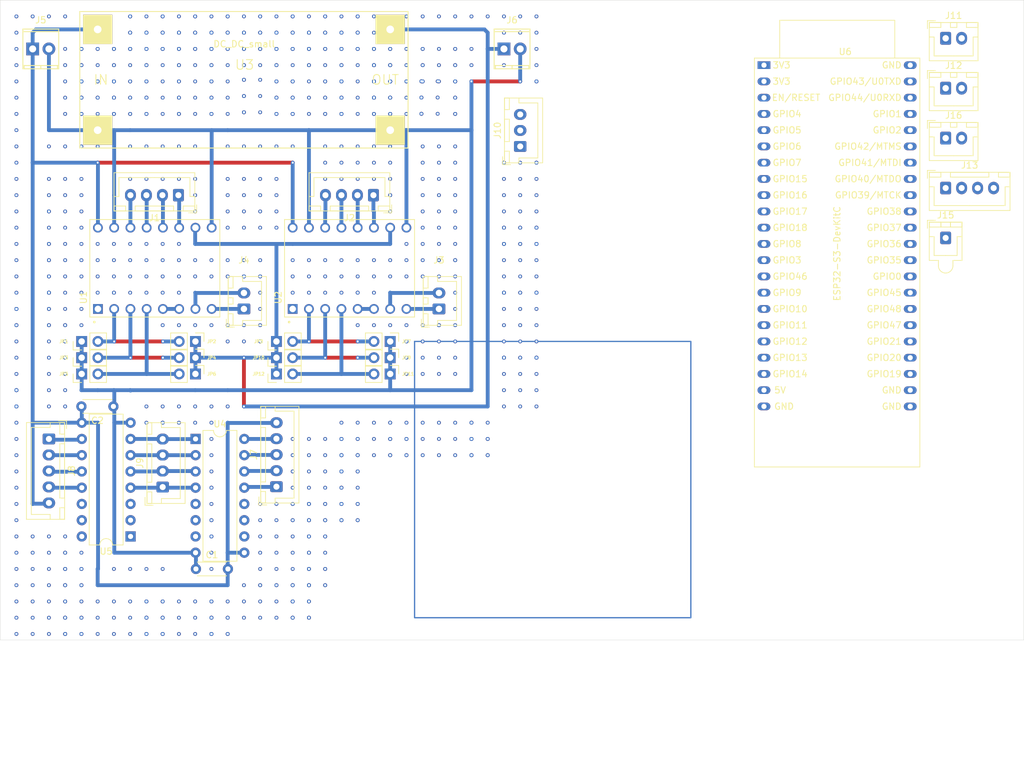
<source format=kicad_pcb>
(kicad_pcb (version 20240108) (generator "pcbnew") (generator_version "8.0")
  (layers (0 "F.Cu" signal) (31 "B.Cu" signal) (34 "B.Paste" user) (35 "F.Paste" user) (36 "B.SilkS" user "B.Silkscreen") (37 "F.SilkS" user "F.Silkscreen") (38 "B.Mask" user) (39 "F.Mask" user) (44 "Edge.Cuts" user))
  (net 0 "")
  (net 1 "+12V")
  (net 2 "GND")
  (net 3 "+5V")
  (net 4 "/MS1A")
  (net 5 "/MS2A")
  (net 6 "/MS3A")
  (net 7 "/MS1B")
  (net 8 "/MS2B")
  (net 9 "/MS3B")
  (net 10 "Net-(U1-~{RESET})")
  (net 11 "Net-(J1-Pin_2)")
  (net 12 "Net-(J1-Pin_4)")
  (net 14 "Net-(J1-Pin_3)")
  (net 15 "Net-(J1-Pin_1)")
  (net 16 "Net-(J4-Pin_2)")
  (net 17 "Net-(J4-Pin_1)")
  (net 18 "Net-(J3-Pin_1)")
  (net 19 "Net-(U2-~{RESET})")
  (net 20 "Net-(J2-Pin_4)")
  (net 22 "Net-(J2-Pin_2)")
  (net 23 "Net-(J3-Pin_2)")
  (net 24 "Net-(J2-Pin_1)")
  (net 25 "Net-(J2-Pin_3)")
  (net 26 "Net-(J7-Pin_2)")
  (net 27 "Net-(J7-Pin_4)")
  (net 28 "Net-(J7-Pin_3)")
  (net 29 "Net-(J8-Pin_4)")
  (net 30 "Net-(J8-Pin_3)")
  (net 31 "Net-(J8-Pin_2)")
  (net 32 "/In4")
  (net 36 "/In2")
  (net 38 "/In1")
  (net 41 "/In3")
  (net 48 "/Servo")
  (net 49 "Net-(J7-Pin_1)")
  (net 50 "Net-(J8-Pin_1)")
  (net 51 "Net-(J11-Pin_2)")
  (net 56 "Net-(J11-Pin_1)")
  (net 60 "Net-(J12-Pin_1)")
  (net 61 "Net-(J12-Pin_2)")
  (net 63 "Net-(J13-Pin_2)")
  (net 64 "Net-(J13-Pin_1)")
  (net 66 "Net-(J13-Pin_3)")
  (net 69 "Net-(J13-Pin_4)")
  (net 72 "Net-(J15-Pin_1)")
  (net 73 "Net-(J16-Pin_1)")
  (net 80 "Net-(J16-Pin_2)")
  (footprint "Package_DIP:CERDIP-16_W7.62mm_SideBrazed" (layer "F.Cu") (at 86.42 127 180)
    (property "Reference" "U5")
    (property "Value" "ULN2003A")
  )
  (footprint "A4988_STEPPER_MOTOR_DRIVER_CARRIER:MODULE_A4988_STEPPER_MOTOR_DRIVER_CARRIER" (layer "F.Cu") (at 99.1 78.74 90)
    (property "Reference" "U1")
    (property "Value" "A4988_STEPPER_MOTOR_DRIVER_CARRIER")
  )
  (footprint "Pin_Headers_SID:Pin_Header_Straight_1x02_Pitch2.54mm" (layer "F.Cu") (at 109.22 99.06 90)
    (property "Reference" "JP10")
    (property "Value" "Jp")
  )
  (footprint "Connector_JST:JST_XH_B5B-XH-A_1x05_P2.50mm_Vertical" (layer "F.Cu") (at 73.66 111.76 -90)
    (property "Reference" "J8")
    (property "Value" "Screw_Terminal_01x05")
  )
  (footprint "Pin_Headers_SID:Pin_Header_Straight_1x02_Pitch2.54mm" (layer "F.Cu") (at 127 99.06 -90)
    (property "Reference" "JP9")
    (property "Value" "Jp")
  )
  (footprint "PCM_Espressif:ESP32-S3-DevKitC" (layer "F.Cu") (at 185.42 53.34)
    (property "Reference" "U6")
    (property "Value" "ESP32-S3-DevKitC")
  )
  (footprint "Connector_JST:JST_XH_B2B-XH-A_1x02_P2.50mm_Vertical" (layer "F.Cu") (at 213.815 64.74188)
    (property "Reference" "J16")
    (property "Value" "Motor NEMA D")
  )
  (footprint "Connectors_Terminal_Blocks_SID:TerminalBlock_Pheonix_MPT-2.54mm_2pol" (layer "F.Cu") (at 71.12 50.8)
    (property "Reference" "J5")
    (property "Value" "Alimentacion")
  )
  (footprint "Connectors_Terminal_Blocks_SID:TerminalBlock_Pheonix_MPT-2.54mm_2pol" (layer "F.Cu") (at 144.78 50.8)
    (property "Reference" "J6")
    (property "Value" "Alimentacion 5V")
  )
  (footprint "Capacitor_THT:C_Disc_D4.3mm_W1.9mm_P5.00mm" (layer "F.Cu") (at 83.74 106.68 180)
    (property "Reference" "C2")
    (property "Value" "C")
  )
  (footprint "Connector_JST:JST_XH_B2B-XH-A_1x02_P2.50mm_Vertical" (layer "F.Cu") (at 213.815 49.14188)
    (property "Reference" "J11")
    (property "Value" "Motor NEMA I")
  )
  (footprint "Capacitor_THT:C_Disc_D4.3mm_W1.9mm_P5.00mm" (layer "F.Cu") (at 96.64 132.08)
    (property "Reference" "C1")
    (property "Value" "C")
  )
  (footprint "Connector_JST:JST_XH_B4B-XH-A_1x04_P2.50mm_Vertical" (layer "F.Cu") (at 213.815 72.54188)
    (property "Reference" "J13")
    (property "Value" "Motores 28BYJ-48")
  )
  (footprint "Connector_JST:JST_XH_B3B-XH-A_1x03_P2.50mm_Vertical" (layer "F.Cu") (at 147.32 66.04 90)
    (property "Reference" "J10")
    (property "Value" "Screw_Terminal_01x03")
  )
  (footprint "Connector_JST:JST_XH_B2B-XH-A_1x02_P2.50mm_Vertical" (layer "F.Cu") (at 104.14 91.44 90)
    (property "Reference" "J4")
    (property "Value" "Control_I")
  )
  (footprint "Pin_Headers_SID:Pin_Header_Straight_1x02_Pitch2.54mm" (layer "F.Cu") (at 78.78 101.6 90)
    (property "Reference" "JP5")
    (property "Value" "Jp")
  )
  (footprint "Pin_Headers_SID:Pin_Header_Straight_1x02_Pitch2.54mm" (layer "F.Cu") (at 78.78 99.06 90)
    (property "Reference" "JP3")
    (property "Value" "Jp")
  )
  (footprint "Connector_JST:JST_XH_B4B-XH-A_1x04_P2.50mm_Vertical" (layer "F.Cu") (at 91.44 119.28 90)
    (property "Reference" "J9")
    (property "Value" "Screw_Terminal_01x04")
  )
  (footprint "Pin_Headers_SID:Pin_Header_Straight_1x02_Pitch2.54mm" (layer "F.Cu") (at 96.56 99.06 -90)
    (property "Reference" "JP4")
    (property "Value" "Jp")
  )
  (footprint "Pin_Headers_SID:Pin_Header_Straight_1x02_Pitch2.54mm" (layer "F.Cu") (at 96.56 96.52 -90)
    (property "Reference" "JP2")
    (property "Value" "Jp")
  )
  (footprint "Pin_Headers_SID:Pin_Header_Straight_1x02_Pitch2.54mm" (layer "F.Cu") (at 127 96.52 -90)
    (property "Reference" "JP7")
    (property "Value" "Jp")
  )
  (footprint "DC_DC_LM2596_small:DC_DC_LM2596_small" (layer "F.Cu") (at 104.14 55.626)
    (property "Reference" "U3")
    (property "Value" "DC_DC_small")
  )
  (footprint "Connector_JST:JST_XH_B1B-XH-AM_1x01_P2.50mm_Vertical" (layer "F.Cu") (at 213.815 80.34188)
    (property "Reference" "J15")
    (property "Value" "Servo")
  )
  (footprint "Connector_JST:JST_XH_B2B-XH-A_1x02_P2.50mm_Vertical" (layer "F.Cu") (at 213.815 56.94188)
    (property "Reference" "J12")
    (property "Value" "Motor DC")
  )
  (footprint "Connector_JST:JST_XH_B4B-XH-A_1x04_P2.50mm_Vertical" (layer "F.Cu") (at 124.38 73.66 180)
    (property "Reference" "J2")
    (property "Value" "Motor_D")
  )
  (footprint "Package_DIP:CERDIP-16_W7.62mm_SideBrazed" (layer "F.Cu") (at 96.58 111.76)
    (property "Reference" "U4")
    (property "Value" "ULN2003A" (hide yes))
  )
  (footprint "Pin_Headers_SID:Pin_Header_Straight_1x02_Pitch2.54mm" (layer "F.Cu") (at 78.78 96.52 90)
    (property "Reference" "JP1")
    (property "Value" "Jp")
  )
  (footprint "Pin_Headers_SID:Pin_Header_Straight_1x02_Pitch2.54mm" (layer "F.Cu") (at 127 101.6 -90)
    (property "Reference" "JP11")
    (property "Value" "Jp")
  )
  (footprint "Pin_Headers_SID:Pin_Header_Straight_1x02_Pitch2.54mm" (layer "F.Cu") (at 109.22 101.6 90)
    (property "Reference" "JP12")
    (property "Value" "Jp")
  )
  (footprint "Connector_JST:JST_XH_B5B-XH-A_1x05_P2.50mm_Vertical" (layer "F.Cu") (at 109.22 119.22 90)
    (property "Reference" "J7")
    (property "Value" "Screw_Terminal_01x05")
  )
  (footprint "A4988_STEPPER_MOTOR_DRIVER_CARRIER:MODULE_A4988_STEPPER_MOTOR_DRIVER_CARRIER" (layer "F.Cu") (at 129.54 78.74 90)
    (property "Reference" "U2")
    (property "Value" "A4988_STEPPER_MOTOR_DRIVER_CARRIER")
  )
  (footprint "Connector_JST:JST_XH_B4B-XH-A_1x04_P2.50mm_Vertical" (layer "F.Cu") (at 93.9 73.66 180)
    (property "Reference" "J1")
    (property "Value" "Motor_I")
  )
  (footprint "Pin_Headers_SID:Pin_Header_Straight_1x02_Pitch2.54mm" (layer "F.Cu") (at 109.22 96.52 90)
    (property "Reference" "JP8")
    (property "Value" "Jp")
  )
  (footprint "Connector_JST:JST_XH_B2B-XH-A_1x02_P2.50mm_Vertical" (layer "F.Cu") (at 134.62 91.44 90)
    (property "Reference" "J3")
    (property "Value" "Control_D")
  )
  (footprint "Pin_Headers_SID:Pin_Header_Straight_1x02_Pitch2.54mm" (layer "F.Cu") (at 96.56 101.6 -90)
    (property "Reference" "JP6")
    (property "Value" "Jp")
  )
  (gr_rect (start 130.81 96.52) (end 173.99 139.7) (stroke (width 0.2)) (fill none) (layer "B.Cu"))
  (gr_rect (start 66.04 43.18) (end 226.04 143.18) (stroke (width 0.05)) (fill none) (layer "Edge.Cuts"))
  (via (at 101.6 58.42) (size 0.6) (drill 0.3) (layers "F.Cu" "B.Cu") (net 0))
  (via (at 76.2 71.12) (size 0.6) (drill 0.3) (layers "F.Cu" "B.Cu") (net 0))
  (via (at 144.78 99.06) (size 0.6) (drill 0.3) (layers "F.Cu" "B.Cu") (net 0))
  (via (at 111.76 134.62) (size 0.6) (drill 0.3) (layers "F.Cu" "B.Cu") (net 0))
  (via (at 76.2 86.36) (size 0.6) (drill 0.3) (layers "F.Cu" "B.Cu") (net 0))
  (via (at 73.66 129.54) (size 0.6) (drill 0.3) (layers "F.Cu" "B.Cu") (net 0))
  (via (at 68.58 93.98) (size 0.6) (drill 0.3) (layers "F.Cu" "B.Cu") (net 0))
  (via (at 96.52 48.26) (size 0.6) (drill 0.3) (layers "F.Cu" "B.Cu") (net 0))
  (via (at 121.92 124.46) (size 0.6) (drill 0.3) (layers "F.Cu" "B.Cu") (net 0))
  (via (at 101.6 45.72) (size 0.6) (drill 0.3) (layers "F.Cu" "B.Cu") (net 0))
  (via (at 101.6 106.68) (size 0.6) (drill 0.3) (layers "F.Cu" "B.Cu") (net 0))
  (via (at 73.66 106.68) (size 0.6) (drill 0.3) (layers "F.Cu" "B.Cu") (net 0))
  (via (at 86.36 45.72) (size 0.6) (drill 0.3) (layers "F.Cu" "B.Cu") (net 0))
  (via (at 99.06 53.34) (size 0.6) (drill 0.3) (layers "F.Cu" "B.Cu") (net 0))
  (via (at 129.54 114.3) (size 0.6) (drill 0.3) (layers "F.Cu" "B.Cu") (net 0))
  (via (at 101.6 139.7) (size 0.6) (drill 0.3) (layers "F.Cu" "B.Cu") (net 0))
  (via (at 93.98 48.26) (size 0.6) (drill 0.3) (layers "F.Cu" "B.Cu") (net 0))
  (via (at 114.3 121.92) (size 0.6) (drill 0.3) (layers "F.Cu" "B.Cu") (net 0))
  (via (at 71.12 139.7) (size 0.6) (drill 0.3) (layers "F.Cu" "B.Cu") (net 0))
  (via (at 73.66 91.44) (size 0.6) (drill 0.3) (layers "F.Cu" "B.Cu") (net 0))
  (via (at 127 55.88) (size 0.6) (drill 0.3) (layers "F.Cu" "B.Cu") (net 0))
  (via (at 116.84 48.26) (size 0.6) (drill 0.3) (layers "F.Cu" "B.Cu") (net 0))
  (via (at 119.38 45.72) (size 0.6) (drill 0.3) (layers "F.Cu" "B.Cu") (net 0))
  (via (at 137.16 58.42) (size 0.6) (drill 0.3) (layers "F.Cu" "B.Cu") (net 0))
  (via (at 88.9 60.96) (size 0.6) (drill 0.3) (layers "F.Cu" "B.Cu") (net 0))
  (via (at 116.84 50.8) (size 0.6) (drill 0.3) (layers "F.Cu" "B.Cu") (net 0))
  (via (at 91.44 106.68) (size 0.6) (drill 0.3) (layers "F.Cu" "B.Cu") (net 0))
  (via (at 121.92 114.3) (size 0.6) (drill 0.3) (layers "F.Cu" "B.Cu") (net 0))
  (via (at 139.7 114.3) (size 0.6) (drill 0.3) (layers "F.Cu" "B.Cu") (net 0))
  (via (at 114.3 88.9) (size 0.6) (drill 0.3) (layers "F.Cu" "B.Cu") (net 0))
  (via (at 119.38 48.26) (size 0.6) (drill 0.3) (layers "F.Cu" "B.Cu") (net 0))
  (via (at 99.06 58.42) (size 0.6) (drill 0.3) (layers "F.Cu" "B.Cu") (net 0))
  (via (at 93.98 48.26) (size 0.6) (drill 0.3) (layers "F.Cu" "B.Cu") (net 0))
  (via (at 76.2 58.42) (size 0.6) (drill 0.3) (layers "F.Cu" "B.Cu") (net 0))
  (via (at 142.24 109.22) (size 0.6) (drill 0.3) (layers "F.Cu" "B.Cu") (net 0))
  (via (at 96.52 109.22) (size 0.6) (drill 0.3) (layers "F.Cu" "B.Cu") (net 0))
  (via (at 88.9 83.82) (size 0.6) (drill 0.3) (layers "F.Cu" "B.Cu") (net 0))
  (via (at 109.22 132.08) (size 0.6) (drill 0.3) (layers "F.Cu" "B.Cu") (net 0))
  (via (at 119.38 71.12) (size 0.6) (drill 0.3) (layers "F.Cu" "B.Cu") (net 0))
  (via (at 93.98 50.8) (size 0.6) (drill 0.3) (layers "F.Cu" "B.Cu") (net 0))
  (via (at 99.06 142.24) (size 0.6) (drill 0.3) (layers "F.Cu" "B.Cu") (net 0))
  (via (at 109.22 124.46) (size 0.6) (drill 0.3) (layers "F.Cu" "B.Cu") (net 0))
  (via (at 91.44 132.08) (size 0.6) (drill 0.3) (layers "F.Cu" "B.Cu") (net 0))
  (via (at 119.38 124.46) (size 0.6) (drill 0.3) (layers "F.Cu" "B.Cu") (net 0))
  (via (at 144.78 81.28) (size 0.6) (drill 0.3) (layers "F.Cu" "B.Cu") (net 0))
  (via (at 116.84 116.84) (size 0.6) (drill 0.3) (layers "F.Cu" "B.Cu") (net 0))
  (via (at 109.22 55.88) (size 0.6) (drill 0.3) (layers "F.Cu" "B.Cu") (net 0))
  (via (at 78.74 78.74) (size 0.6) (drill 0.3) (layers "F.Cu" "B.Cu") (net 0))
  (via (at 76.2 139.7) (size 0.6) (drill 0.3) (layers "F.Cu" "B.Cu") (net 0))
  (via (at 78.74 58.42) (size 0.6) (drill 0.3) (layers "F.Cu" "B.Cu") (net 0))
  (via (at 68.58 142.24) (size 0.6) (drill 0.3) (layers "F.Cu" "B.Cu") (net 0))
  (via (at 144.78 88.9) (size 0.6) (drill 0.3) (layers "F.Cu" "B.Cu") (net 0))
  (via (at 88.9 50.8) (size 0.6) (drill 0.3) (layers "F.Cu" "B.Cu") (net 0))
  (via (at 91.44 48.26) (size 0.6) (drill 0.3) (layers "F.Cu" "B.Cu") (net 0))
  (via (at 101.6 66.04) (size 0.6) (drill 0.3) (layers "F.Cu" "B.Cu") (net 0))
  (via (at 127 109.22) (size 0.6) (drill 0.3) (layers "F.Cu" "B.Cu") (net 0))
  (via (at 149.86 55.88) (size 0.6) (drill 0.3) (layers "F.Cu" "B.Cu") (net 0))
  (via (at 93.98 142.24) (size 0.6) (drill 0.3) (layers "F.Cu" "B.Cu") (net 0))
  (via (at 121.92 48.26) (size 0.6) (drill 0.3) (layers "F.Cu" "B.Cu") (net 0))
  (via (at 88.9 137.16) (size 0.6) (drill 0.3) (layers "F.Cu" "B.Cu") (net 0))
  (via (at 109.22 53.34) (size 0.6) (drill 0.3) (layers "F.Cu" "B.Cu") (net 0))
  (via (at 106.68 66.04) (size 0.6) (drill 0.3) (layers "F.Cu" "B.Cu") (net 0))
  (via (at 124.46 53.34) (size 0.6) (drill 0.3) (layers "F.Cu" "B.Cu") (net 0))
  (via (at 106.68 48.26) (size 0.6) (drill 0.3) (layers "F.Cu" "B.Cu") (net 0))
  (via (at 144.78 101.6) (size 0.6) (drill 0.3) (layers "F.Cu" "B.Cu") (net 0))
  (via (at 132.08 71.12) (size 0.6) (drill 0.3) (layers "F.Cu" "B.Cu") (net 0))
  (via (at 134.62 96.52) (size 0.6) (drill 0.3) (layers "F.Cu" "B.Cu") (net 0))
  (via (at 68.58 104.14) (size 0.6) (drill 0.3) (layers "F.Cu" "B.Cu") (net 0))
  (via (at 124.46 114.3) (size 0.6) (drill 0.3) (layers "F.Cu" "B.Cu") (net 0))
  (via (at 149.86 104.14) (size 0.6) (drill 0.3) (layers "F.Cu" "B.Cu") (net 0))
  (via (at 119.38 60.96) (size 0.6) (drill 0.3) (layers "F.Cu" "B.Cu") (net 0))
  (via (at 147.32 81.28) (size 0.6) (drill 0.3) (layers "F.Cu" "B.Cu") (net 0))
  (via (at 99.06 137.16) (size 0.6) (drill 0.3) (layers "F.Cu" "B.Cu") (net 0))
  (via (at 149.86 106.68) (size 0.6) (drill 0.3) (layers "F.Cu" "B.Cu") (net 0))
  (via (at 114.3 132.08) (size 0.6) (drill 0.3) (layers "F.Cu" "B.Cu") (net 0))
  (via (at 127 86.36) (size 0.6) (drill 0.3) (layers "F.Cu" "B.Cu") (net 0))
  (via (at 132.08 111.76) (size 0.6) (drill 0.3) (layers "F.Cu" "B.Cu") (net 0))
  (via (at 68.58 45.72) (size 0.6) (drill 0.3) (layers "F.Cu" "B.Cu") (net 0))
  (via (at 91.44 83.82) (size 0.6) (drill 0.3) (layers "F.Cu" "B.Cu") (net 0))
  (via (at 134.62 55.88) (size 0.6) (drill 0.3) (layers "F.Cu" "B.Cu") (net 0))
  (via (at 139.7 109.22) (size 0.6) (drill 0.3) (layers "F.Cu" "B.Cu") (net 0))
  (via (at 101.6 139.7) (size 0.6) (drill 0.3) (layers "F.Cu" "B.Cu") (net 0))
  (via (at 129.54 109.22) (size 0.6) (drill 0.3) (layers "F.Cu" "B.Cu") (net 0))
  (via (at 124.46 83.82) (size 0.6) (drill 0.3) (layers "F.Cu" "B.Cu") (net 0))
  (via (at 106.68 83.82) (size 0.6) (drill 0.3) (layers "F.Cu" "B.Cu") (net 0))
  (via (at 121.92 114.3) (size 0.6) (drill 0.3) (layers "F.Cu" "B.Cu") (net 0))
  (via (at 99.06 119.38) (size 0.6) (drill 0.3) (layers "F.Cu" "B.Cu") (net 0))
  (via (at 129.54 53.34) (size 0.6) (drill 0.3) (layers "F.Cu" "B.Cu") (net 0))
  (via (at 78.74 83.82) (size 0.6) (drill 0.3) (layers "F.Cu" "B.Cu") (net 0))
  (via (at 137.16 109.22) (size 0.6) (drill 0.3) (layers "F.Cu" "B.Cu") (net 0))
  (via (at 127 109.22) (size 0.6) (drill 0.3) (layers "F.Cu" "B.Cu") (net 0))
  (via (at 71.12 127) (size 0.6) (drill 0.3) (layers "F.Cu" "B.Cu") (net 0))
  (via (at 137.16 66.04) (size 0.6) (drill 0.3) (layers "F.Cu" "B.Cu") (net 0))
  (via (at 106.68 88.9) (size 0.6) (drill 0.3) (layers "F.Cu" "B.Cu") (net 0))
  (via (at 149.86 83.82) (size 0.6) (drill 0.3) (layers "F.Cu" "B.Cu") (net 0))
  (via (at 137.16 86.36) (size 0.6) (drill 0.3) (layers "F.Cu" "B.Cu") (net 0))
  (via (at 116.84 124.46) (size 0.6) (drill 0.3) (layers "F.Cu" "B.Cu") (net 0))
  (via (at 132.08 76.2) (size 0.6) (drill 0.3) (layers "F.Cu" "B.Cu") (net 0))
  (via (at 121.92 55.88) (size 0.6) (drill 0.3) (layers "F.Cu" "B.Cu") (net 0))
  (via (at 99.06 86.36) (size 0.6) (drill 0.3) (layers "F.Cu" "B.Cu") (net 0))
  (via (at 99.06 124.46) (size 0.6) (drill 0.3) (layers "F.Cu" "B.Cu") (net 0))
  (via (at 114.3 53.34) (size 0.6) (drill 0.3) (layers "F.Cu" "B.Cu") (net 0))
  (via (at 83.82 50.8) (size 0.6) (drill 0.3) (layers "F.Cu" "B.Cu") (net 0))
  (via (at 111.76 121.92) (size 0.6) (drill 0.3) (layers "F.Cu" "B.Cu") (net 0))
  (via (at 116.84 68.58) (size 0.6) (drill 0.3) (layers "F.Cu" "B.Cu") (net 0))
  (via (at 104.14 93.98) (size 0.6) (drill 0.3) (layers "F.Cu" "B.Cu") (net 0))
  (via (at 86.36 50.8) (size 0.6) (drill 0.3) (layers "F.Cu" "B.Cu") (net 0))
  (via (at 83.82 88.9) (size 0.6) (drill 0.3) (layers "F.Cu" "B.Cu") (net 0))
  (via (at 109.22 134.62) (size 0.6) (drill 0.3) (layers "F.Cu" "B.Cu") (net 0))
  (via (at 114.3 48.26) (size 0.6) (drill 0.3) (layers "F.Cu" "B.Cu") (net 0))
  (via (at 71.12 132.08) (size 0.6) (drill 0.3) (layers "F.Cu" "B.Cu") (net 0))
  (via (at 111.76 134.62) (size 0.6) (drill 0.3) (layers "F.Cu" "B.Cu") (net 0))
  (via (at 78.74 134.62) (size 0.6) (drill 0.3) (layers "F.Cu" "B.Cu") (net 0))
  (via (at 147.32 68.58) (size 0.6) (drill 0.3) (layers "F.Cu" "B.Cu") (net 0))
  (via (at 88.9 81.28) (size 0.6) (drill 0.3) (layers "F.Cu" "B.Cu") (net 0))
  (via (at 76.2 83.82) (size 0.6) (drill 0.3) (layers "F.Cu" "B.Cu") (net 0))
  (via (at 96.52 139.7) (size 0.6) (drill 0.3) (layers "F.Cu" "B.Cu") (net 0))
  (via (at 132.08 81.28) (size 0.6) (drill 0.3) (layers "F.Cu" "B.Cu") (net 0))
  (via (at 86.36 86.36) (size 0.6) (drill 0.3) (layers "F.Cu" "B.Cu") (net 0))
  (via (at 147.32 93.98) (size 0.6) (drill 0.3) (layers "F.Cu" "B.Cu") (net 0))
  (via (at 78.74 55.88) (size 0.6) (drill 0.3) (layers "F.Cu" "B.Cu") (net 0))
  (via (at 101.6 48.26) (size 0.6) (drill 0.3) (layers "F.Cu" "B.Cu") (net 0))
  (via (at 124.46 55.88) (size 0.6) (drill 0.3) (layers "F.Cu" "B.Cu") (net 0))
  (via (at 106.68 50.8) (size 0.6) (drill 0.3) (layers "F.Cu" "B.Cu") (net 0))
  (via (at 68.58 114.3) (size 0.6) (drill 0.3) (layers "F.Cu" "B.Cu") (net 0))
  (via (at 144.78 53.34) (size 0.6) (drill 0.3) (layers "F.Cu" "B.Cu") (net 0))
  (via (at 114.3 139.7) (size 0.6) (drill 0.3) (layers "F.Cu" "B.Cu") (net 0))
  (via (at 137.16 71.12) (size 0.6) (drill 0.3) (layers "F.Cu" "B.Cu") (net 0))
  (via (at 144.78 88.9) (size 0.6) (drill 0.3) (layers "F.Cu" "B.Cu") (net 0))
  (via (at 104.14 50.8) (size 0.6) (drill 0.3) (layers "F.Cu" "B.Cu") (net 0))
  (via (at 96.52 93.98) (size 0.6) (drill 0.3) (layers "F.Cu" "B.Cu") (net 0))
  (via (at 76.2 142.24) (size 0.6) (drill 0.3) (layers "F.Cu" "B.Cu") (net 0))
  (via (at 88.9 50.8) (size 0.6) (drill 0.3) (layers "F.Cu" "B.Cu") (net 0))
  (via (at 68.58 91.44) (size 0.6) (drill 0.3) (layers "F.Cu" "B.Cu") (net 0))
  (via (at 73.66 88.9) (size 0.6) (drill 0.3) (layers "F.Cu" "B.Cu") (net 0))
  (via (at 68.58 106.68) (size 0.6) (drill 0.3) (layers "F.Cu" "B.Cu") (net 0))
  (via (at 93.98 60.96) (size 0.6) (drill 0.3) (layers "F.Cu" "B.Cu") (net 0))
  (via (at 68.58 93.98) (size 0.6) (drill 0.3) (layers "F.Cu" "B.Cu") (net 0))
  (via (at 111.76 55.88) (size 0.6) (drill 0.3) (layers "F.Cu" "B.Cu") (net 0))
  (via (at 86.36 58.42) (size 0.6) (drill 0.3) (layers "F.Cu" "B.Cu") (net 0))
  (via (at 68.58 53.34) (size 0.6) (drill 0.3) (layers "F.Cu" "B.Cu") (net 0))
  (via (at 91.44 55.88) (size 0.6) (drill 0.3) (layers "F.Cu" "B.Cu") (net 0))
  (via (at 83.82 132.08) (size 0.6) (drill 0.3) (layers "F.Cu" "B.Cu") (net 0))
  (via (at 93.98 88.9) (size 0.6) (drill 0.3) (layers "F.Cu" "B.Cu") (net 0))
  (via (at 137.16 88.9) (size 0.6) (drill 0.3) (layers "F.Cu" "B.Cu") (net 0))
  (via (at 104.14 45.72) (size 0.6) (drill 0.3) (layers "F.Cu" "B.Cu") (net 0))
  (via (at 116.84 88.9) (size 0.6) (drill 0.3) (layers "F.Cu" "B.Cu") (net 0))
  (via (at 91.44 93.98) (size 0.6) (drill 0.3) (layers "F.Cu" "B.Cu") (net 0))
  (via (at 116.84 50.8) (size 0.6) (drill 0.3) (layers "F.Cu" "B.Cu") (net 0))
  (via (at 119.38 60.96) (size 0.6) (drill 0.3) (layers "F.Cu" "B.Cu") (net 0))
  (via (at 68.58 91.44) (size 0.6) (drill 0.3) (layers "F.Cu" "B.Cu") (net 0))
  (via (at 78.74 58.42) (size 0.6) (drill 0.3) (layers "F.Cu" "B.Cu") (net 0))
  (via (at 109.22 50.8) (size 0.6) (drill 0.3) (layers "F.Cu" "B.Cu") (net 0))
  (via (at 106.68 48.26) (size 0.6) (drill 0.3) (layers "F.Cu" "B.Cu") (net 0))
  (via (at 119.38 116.84) (size 0.6) (drill 0.3) (layers "F.Cu" "B.Cu") (net 0))
  (via (at 121.92 45.72) (size 0.6) (drill 0.3) (layers "F.Cu" "B.Cu") (net 0))
  (via (at 114.3 134.62) (size 0.6) (drill 0.3) (layers "F.Cu" "B.Cu") (net 0))
  (via (at 116.84 83.82) (size 0.6) (drill 0.3) (layers "F.Cu" "B.Cu") (net 0))
  (via (at 99.06 106.68) (size 0.6) (drill 0.3) (layers "F.Cu" "B.Cu") (net 0))
  (via (at 144.78 81.28) (size 0.6) (drill 0.3) (layers "F.Cu" "B.Cu") (net 0))
  (via (at 68.58 104.14) (size 0.6) (drill 0.3) (layers "F.Cu" "B.Cu") (net 0))
  (via (at 86.36 139.7) (size 0.6) (drill 0.3) (layers "F.Cu" "B.Cu") (net 0))
  (via (at 88.9 142.24) (size 0.6) (drill 0.3) (layers "F.Cu" "B.Cu") (net 0))
  (via (at 144.78 99.06) (size 0.6) (drill 0.3) (layers "F.Cu" "B.Cu") (net 0))
  (via (at 111.76 55.88) (size 0.6) (drill 0.3) (layers "F.Cu" "B.Cu") (net 0))
  (via (at 132.08 93.98) (size 0.6) (drill 0.3) (layers "F.Cu" "B.Cu") (net 0))
  (via (at 127 111.76) (size 0.6) (drill 0.3) (layers "F.Cu" "B.Cu") (net 0))
  (via (at 78.74 86.36) (size 0.6) (drill 0.3) (layers "F.Cu" "B.Cu") (net 0))
  (via (at 114.3 58.42) (size 0.6) (drill 0.3) (layers "F.Cu" "B.Cu") (net 0))
  (via (at 111.76 137.16) (size 0.6) (drill 0.3) (layers "F.Cu" "B.Cu") (net 0))
  (via (at 99.06 48.26) (size 0.6) (drill 0.3) (layers "F.Cu" "B.Cu") (net 0))
  (via (at 109.22 73.66) (size 0.6) (drill 0.3) (layers "F.Cu" "B.Cu") (net 0))
  (via (at 101.6 71.12) (size 0.6) (drill 0.3) (layers "F.Cu" "B.Cu") (net 0))
  (via (at 134.418412 55.859473) (size 0.6) (drill 0.3) (layers "F.Cu" "B.Cu") (net 0))
  (via (at 119.38 48.26) (size 0.6) (drill 0.3) (layers "F.Cu" "B.Cu") (net 0))
  (via (at 76.2 139.7) (size 0.6) (drill 0.3) (layers "F.Cu" "B.Cu") (net 0))
  (via (at 93.98 60.96) (size 0.6) (drill 0.3) (layers "F.Cu" "B.Cu") (net 0))
  (via (at 114.3 119.38) (size 0.6) (drill 0.3) (layers "F.Cu" "B.Cu") (net 0))
  (via (at 109.22 71.12) (size 0.6) (drill 0.3) (layers "F.Cu" "B.Cu") (net 0))
  (via (at 124.46 50.8) (size 0.6) (drill 0.3) (layers "F.Cu" "B.Cu") (net 0))
  (via (at 129.54 111.76) (size 0.6) (drill 0.3) (layers "F.Cu" "B.Cu") (net 0))
  (via (at 137.16 60.96) (size 0.6) (drill 0.3) (layers "F.Cu" "B.Cu") (net 0))
  (via (at 99.06 53.34) (size 0.6) (drill 0.3) (layers "F.Cu" "B.Cu") (net 0))
  (via (at 99.06 60.96) (size 0.6) (drill 0.3) (layers "F.Cu" "B.Cu") (net 0))
  (via (at 81.28 139.7) (size 0.6) (drill 0.3) (layers "F.Cu" "B.Cu") (net 0))
  (via (at 132.08 45.72) (size 0.6) (drill 0.3) (layers "F.Cu" "B.Cu") (net 0))
  (via (at 104.14 55.626) (size 0.6) (drill 0.3) (layers "F.Cu" "B.Cu") (net 0))
  (via (at 76.2 96.52) (size 0.6) (drill 0.3) (layers "F.Cu" "B.Cu") (net 0))
  (via (at 137.16 53.34) (size 0.6) (drill 0.3) (layers "F.Cu" "B.Cu") (net 0))
  (via (at 106.68 124.46) (size 0.6) (drill 0.3) (layers "F.Cu" "B.Cu") (net 0))
  (via (at 134.62 45.72) (size 0.6) (drill 0.3) (layers "F.Cu" "B.Cu") (net 0))
  (via (at 116.84 48.26) (size 0.6) (drill 0.3) (layers "F.Cu" "B.Cu") (net 0))
  (via (at 86.36 45.72) (size 0.6) (drill 0.3) (layers "F.Cu" "B.Cu") (net 0))
  (via (at 116.84 58.42) (size 0.6) (drill 0.3) (layers "F.Cu" "B.Cu") (net 0))
  (via (at 139.7 111.76) (size 0.6) (drill 0.3) (layers "F.Cu" "B.Cu") (net 0))
  (via (at 109.22 48.26) (size 0.6) (drill 0.3) (layers "F.Cu" "B.Cu") (net 0))
  (via (at 96.52 86.36) (size 0.6) (drill 0.3) (layers "F.Cu" "B.Cu") (net 0))
  (via (at 106.68 96.52) (size 0.6) (drill 0.3) (layers "F.Cu" "B.Cu") (net 0))
  (via (at 104.14 58.166) (size 0.6) (drill 0.3) (layers "F.Cu" "B.Cu") (net 0))
  (via (at 73.66 93.98) (size 0.6) (drill 0.3) (layers "F.Cu" "B.Cu") (net 0))
  (via (at 109.22 58.42) (size 0.6) (drill 0.3) (layers "F.Cu" "B.Cu") (net 0))
  (via (at 78.74 73.66) (size 0.6) (drill 0.3) (layers "F.Cu" "B.Cu") (net 0))
  (via (at 111.76 60.96) (size 0.6) (drill 0.3) (layers "F.Cu" "B.Cu") (net 0))
  (via (at 116.84 111.76) (size 0.6) (drill 0.3) (layers "F.Cu" "B.Cu") (net 0))
  (via (at 73.66 127) (size 0.6) (drill 0.3) (layers "F.Cu" "B.Cu") (net 0))
  (via (at 111.76 48.26) (size 0.6) (drill 0.3) (layers "F.Cu" "B.Cu") (net 0))
  (via (at 73.66 93.98) (size 0.6) (drill 0.3) (layers "F.Cu" "B.Cu") (net 0))
  (via (at 124.46 53.34) (size 0.6) (drill 0.3) (layers "F.Cu" "B.Cu") (net 0))
  (via (at 93.98 48.26) (size 0.6) (drill 0.3) (layers "F.Cu" "B.Cu") (net 0))
  (via (at 96.52 76.2) (size 0.6) (drill 0.3) (layers "F.Cu" "B.Cu") (net 0))
  (via (at 73.66 76.2) (size 0.6) (drill 0.3) (layers "F.Cu" "B.Cu") (net 0))
  (via (at 101.6 55.88) (size 0.6) (drill 0.3) (layers "F.Cu" "B.Cu") (net 0))
  (via (at 114.3 124.46) (size 0.6) (drill 0.3) (layers "F.Cu" "B.Cu") (net 0))
  (via (at 96.52 137.16) (size 0.6) (drill 0.3) (layers "F.Cu" "B.Cu") (net 0))
  (via (at 81.28 88.9) (size 0.6) (drill 0.3) (layers "F.Cu" "B.Cu") (net 0))
  (via (at 78.74 58.42) (size 0.6) (drill 0.3) (layers "F.Cu" "B.Cu") (net 0))
  (via (at 137.16 60.96) (size 0.6) (drill 0.3) (layers "F.Cu" "B.Cu") (net 0))
  (via (at 111.76 124.46) (size 0.6) (drill 0.3) (layers "F.Cu" "B.Cu") (net 0))
  (via (at 119.38 119.38) (size 0.6) (drill 0.3) (layers "F.Cu" "B.Cu") (net 0))
  (via (at 119.38 58.42) (size 0.6) (drill 0.3) (layers "F.Cu" "B.Cu") (net 0))
  (via (at 144.78 68.58) (size 0.6) (drill 0.3) (layers "F.Cu" "B.Cu") (net 0))
  (via (at 96.52 48.26) (size 0.6) (drill 0.3) (layers "F.Cu" "B.Cu") (net 0))
  (via (at 111.76 50.8) (size 0.6) (drill 0.3) (layers "F.Cu" "B.Cu") (net 0))
  (via (at 88.9 55.88) (size 0.6) (drill 0.3) (layers "F.Cu" "B.Cu") (net 0))
  (via (at 93.98 58.42) (size 0.6) (drill 0.3) (layers "F.Cu" "B.Cu") (net 0))
  (via (at 134.62 83.82) (size 0.6) (drill 0.3) (layers "F.Cu" "B.Cu") (net 0))
  (via (at 147.32 86.36) (size 0.6) (drill 0.3) (layers "F.Cu" "B.Cu") (net 0))
  (via (at 142.24 45.72) (size 0.6) (drill 0.3) (layers "F.Cu" "B.Cu") (net 0))
  (via (at 73.66 83.82) (size 0.6) (drill 0.3) (layers "F.Cu" "B.Cu") (net 0))
  (via (at 121.92 124.46) (size 0.6) (drill 0.3) (layers "F.Cu" "B.Cu") (net 0))
  (via (at 144.78 73.66) (size 0.6) (drill 0.3) (layers "F.Cu" "B.Cu") (net 0))
  (via (at 121.92 121.92) (size 0.6) (drill 0.3) (layers "F.Cu" "B.Cu") (net 0))
  (via (at 88.9 48.26) (size 0.6) (drill 0.3) (layers "F.Cu" "B.Cu") (net 0))
  (via (at 121.92 119.38) (size 0.6) (drill 0.3) (layers "F.Cu" "B.Cu") (net 0))
  (via (at 147.32 99.06) (size 0.6) (drill 0.3) (layers "F.Cu" "B.Cu") (net 0))
  (via (at 119.38 124.46) (size 0.6) (drill 0.3) (layers "F.Cu" "B.Cu") (net 0))
  (via (at 116.84 132.08) (size 0.6) (drill 0.3) (layers "F.Cu" "B.Cu") (net 0))
  (via (at 78.74 50.8) (size 0.6) (drill 0.3) (layers "F.Cu" "B.Cu") (net 0))
  (via (at 119.38 86.36) (size 0.6) (drill 0.3) (layers "F.Cu" "B.Cu") (net 0))
  (via (at 114.3 48.26) (size 0.6) (drill 0.3) (layers "F.Cu" "B.Cu") (net 0))
  (via (at 99.06 116.84) (size 0.6) (drill 0.3) (layers "F.Cu" "B.Cu") (net 0))
  (via (at 86.36 60.96) (size 0.6) (drill 0.3) (layers "F.Cu" "B.Cu") (net 0))
  (via (at 99.06 111.76) (size 0.6) (drill 0.3) (layers "F.Cu" "B.Cu") (net 0))
  (via (at 111.76 50.8) (size 0.6) (drill 0.3) (layers "F.Cu" "B.Cu") (net 0))
  (via (at 111.76 53.34) (size 0.6) (drill 0.3) (layers "F.Cu" "B.Cu") (net 0))
  (via (at 132.08 55.88) (size 0.6) (drill 0.3) (layers "F.Cu" "B.Cu") (net 0))
  (via (at 99.06 109.22) (size 0.6) (drill 0.3) (layers "F.Cu" "B.Cu") (net 0))
  (via (at 86.36 50.8) (size 0.6) (drill 0.3) (layers "F.Cu" "B.Cu") (net 0))
  (via (at 127 50.8) (size 0.6) (drill 0.3) (layers "F.Cu" "B.Cu") (net 0))
  (via (at 88.9 86.36) (size 0.6) (drill 0.3) (layers "F.Cu" "B.Cu") (net 0))
  (via (at 114.3 127) (size 0.6) (drill 0.3) (layers "F.Cu" "B.Cu") (net 0))
  (via (at 119.38 109.22) (size 0.6) (drill 0.3) (layers "F.Cu" "B.Cu") (net 0))
  (via (at 114.3 124.46) (size 0.6) (drill 0.3) (layers "F.Cu" "B.Cu") (net 0))
  (via (at 91.44 109.22) (size 0.6) (drill 0.3) (layers "F.Cu" "B.Cu") (net 0))
  (via (at 99.06 142.24) (size 0.6) (drill 0.3) (layers "F.Cu" "B.Cu") (net 0))
  (via (at 131.878412 60.939473) (size 0.6) (drill 0.3) (layers "F.Cu" "B.Cu") (net 0))
  (via (at 111.76 127) (size 0.6) (drill 0.3) (layers "F.Cu" "B.Cu") (net 0))
  (via (at 134.418412 58.399473) (size 0.6) (drill 0.3) (layers "F.Cu" "B.Cu") (net 0))
  (via (at 129.54 83.82) (size 0.6) (drill 0.3) (layers "F.Cu" "B.Cu") (net 0))
  (via (at 73.66 66.04) (size 0.6) (drill 0.3) (layers "F.Cu" "B.Cu") (net 0))
  (via (at 124.46 88.9) (size 0.6) (drill 0.3) (layers "F.Cu" "B.Cu") (net 0))
  (via (at 91.44 45.72) (size 0.6) (drill 0.3) (layers "F.Cu" "B.Cu") (net 0))
  (via (at 124.46 111.76) (size 0.6) (drill 0.3) (layers "F.Cu" "B.Cu") (net 0))
  (via (at 119.38 111.76) (size 0.6) (drill 0.3) (layers "F.Cu" "B.Cu") (net 0))
  (via (at 88.9 48.26) (size 0.6) (drill 0.3) (layers "F.Cu" "B.Cu") (net 0))
  (via (at 142.24 111.76) (size 0.6) (drill 0.3) (layers "F.Cu" "B.Cu") (net 0))
  (via (at 96.52 55.88) (size 0.6) (drill 0.3) (layers "F.Cu" "B.Cu") (net 0))
  (via (at 137.16 96.52) (size 0.6) (drill 0.3) (layers "F.Cu" "B.Cu") (net 0))
  (via (at 127 55.88) (size 0.6) (drill 0.3) (layers "F.Cu" "B.Cu") (net 0))
  (via (at 106.68 78.74) (size 0.6) (drill 0.3) (layers "F.Cu" "B.Cu") (net 0))
  (via (at 78.74 134.62) (size 0.6) (drill 0.3) (layers "F.Cu" "B.Cu") (net 0))
  (via (at 93.98 137.16) (size 0.6) (drill 0.3) (layers "F.Cu" "B.Cu") (net 0))
  (via (at 93.98 50.8) (size 0.6) (drill 0.3) (layers "F.Cu" "B.Cu") (net 0))
  (via (at 76.2 134.62) (size 0.6) (drill 0.3) (layers "F.Cu" "B.Cu") (net 0))
  (via (at 83.82 53.34) (size 0.6) (drill 0.3) (layers "F.Cu" "B.Cu") (net 0))
  (via (at 121.92 60.96) (size 0.6) (drill 0.3) (layers "F.Cu" "B.Cu") (net 0))
  (via (at 137.16 58.42) (size 0.6) (drill 0.3) (layers "F.Cu" "B.Cu") (net 0))
  (via (at 127 73.66) (size 0.6) (drill 0.3) (layers "F.Cu" "B.Cu") (net 0))
  (via (at 68.58 48.26) (size 0.6) (drill 0.3) (layers "F.Cu" "B.Cu") (net 0))
  (via (at 101.6 96.52) (size 0.6) (drill 0.3) (layers "F.Cu" "B.Cu") (net 0))
  (via (at 76.2 53.34) (size 0.6) (drill 0.3) (layers "F.Cu" "B.Cu") (net 0))
  (via (at 106.68 73.66) (size 0.6) (drill 0.3) (layers "F.Cu" "B.Cu") (net 0))
  (via (at 91.44 139.7) (size 0.6) (drill 0.3) (layers "F.Cu" "B.Cu") (net 0))
  (via (at 124.46 109.22) (size 0.6) (drill 0.3) (layers "F.Cu" "B.Cu") (net 0))
  (via (at 132.08 73.66) (size 0.6) (drill 0.3) (layers "F.Cu" "B.Cu") (net 0))
  (via (at 68.58 96.52) (size 0.6) (drill 0.3) (layers "F.Cu" "B.Cu") (net 0))
  (via (at 93.98 93.98) (size 0.6) (drill 0.3) (layers "F.Cu" "B.Cu") (net 0))
  (via (at 132.08 66.04) (size 0.6) (drill 0.3) (layers "F.Cu" "B.Cu") (net 0))
  (via (at 78.74 139.7) (size 0.6) (drill 0.3) (layers "F.Cu" "B.Cu") (net 0))
  (via (at 116.84 53.34) (size 0.6) (drill 0.3) (layers "F.Cu" "B.Cu") (net 0))
  (via (at 104.14 60.706) (size 0.6) (drill 0.3) (layers "F.Cu" "B.Cu") (net 0))
  (via (at 149.86 99.06) (size 0.6) (drill 0.3) (layers "F.Cu" "B.Cu") (net 0))
  (via (at 147.32 96.52) (size 0.6) (drill 0.3) (layers "F.Cu" "B.Cu") (net 0))
  (via (at 124.46 71.12) (size 0.6) (drill 0.3) (layers "F.Cu" "B.Cu") (net 0))
  (via (at 101.6 73.66) (size 0.6) (drill 0.3) (layers "F.Cu" "B.Cu") (net 0))
  (via (at 114.3 124.46) (size 0.6) (drill 0.3) (layers "F.Cu" "B.Cu") (net 0))
  (via (at 73.66 81.28) (size 0.6) (drill 0.3) (layers "F.Cu" "B.Cu") (net 0))
  (via (at 76.2 99.06) (size 0.6) (drill 0.3) (layers "F.Cu" "B.Cu") (net 0))
  (via (at 149.86 78.74) (size 0.6) (drill 0.3) (layers "F.Cu" "B.Cu") (net 0))
  (via (at 114.3 60.96) (size 0.6) (drill 0.3) (layers "F.Cu" "B.Cu") (net 0))
  (via (at 99.06 119.38) (size 0.6) (drill 0.3) (layers "F.Cu" "B.Cu") (net 0))
  (via (at 104.14 66.04) (size 0.6) (drill 0.3) (layers "F.Cu" "B.Cu") (net 0))
  (via (at 127 71.12) (size 0.6) (drill 0.3) (layers "F.Cu" "B.Cu") (net 0))
  (via (at 147.32 78.74) (size 0.6) (drill 0.3) (layers "F.Cu" "B.Cu") (net 0))
  (via (at 116.84 124.46) (size 0.6) (drill 0.3) (layers "F.Cu" "B.Cu") (net 0))
  (via (at 78.74 50.8) (size 0.6) (drill 0.3) (layers "F.Cu" "B.Cu") (net 0))
  (via (at 109.22 48.26) (size 0.6) (drill 0.3) (layers "F.Cu" "B.Cu") (net 0))
  (via (at 104.14 86.36) (size 0.6) (drill 0.3) (layers "F.Cu" "B.Cu") (net 0))
  (via (at 129.54 93.98) (size 0.6) (drill 0.3) (layers "F.Cu" "B.Cu") (net 0))
  (via (at 76.2 66.04) (size 0.6) (drill 0.3) (layers "F.Cu" "B.Cu") (net 0))
  (via (at 68.58 60.96) (size 0.6) (drill 0.3) (layers "F.Cu" "B.Cu") (net 0))
  (via (at 111.76 55.88) (size 0.6) (drill 0.3) (layers "F.Cu" "B.Cu") (net 0))
  (via (at 127 83.82) (size 0.6) (drill 0.3) (layers "F.Cu" "B.Cu") (net 0))
  (via (at 129.54 55.88) (size 0.6) (drill 0.3) (layers "F.Cu" "B.Cu") (net 0))
  (via (at 99.06 55.88) (size 0.6) (drill 0.3) (layers "F.Cu" "B.Cu") (net 0))
  (via (at 131.878412 58.399473) (size 0.6) (drill 0.3) (layers "F.Cu" "B.Cu") (net 0))
  (via (at 93.98 58.42) (size 0.6) (drill 0.3) (layers "F.Cu" "B.Cu") (net 0))
  (via (at 137.16 55.88) (size 0.6) (drill 0.3) (layers "F.Cu" "B.Cu") (net 0))
  (via (at 137.16 45.72) (size 0.6) (drill 0.3) (layers "F.Cu" "B.Cu") (net 0))
  (via (at 121.92 71.12) (size 0.6) (drill 0.3) (layers "F.Cu" "B.Cu") (net 0))
  (via (at 73.66 81.28) (size 0.6) (drill 0.3) (layers "F.Cu" "B.Cu") (net 0))
  (via (at 149.86 53.34) (size 0.6) (drill 0.3) (layers "F.Cu" "B.Cu") (net 0))
  (via (at 88.9 55.88) (size 0.6) (drill 0.3) (layers "F.Cu" "B.Cu") (net 0))
  (via (at 106.68 127) (size 0.6) (drill 0.3) (layers "F.Cu" "B.Cu") (net 0))
  (via (at 119.38 48.26) (size 0.6) (drill 0.3) (layers "F.Cu" "B.Cu") (net 0))
  (via (at 111.76 58.42) (size 0.6) (drill 0.3) (layers "F.Cu" "B.Cu") (net 0))
  (via (at 147.32 48.26) (size 0.6) (drill 0.3) (layers "F.Cu" "B.Cu") (net 0))
  (via (at 96.52 50.8) (size 0.6) (drill 0.3) (layers "F.Cu" "B.Cu") (net 0))
  (via (at 137.16 83.82) (size 0.6) (drill 0.3) (layers "F.Cu" "B.Cu") (net 0))
  (via (at 134.62 53.34) (size 0.6) (drill 0.3) (layers "F.Cu" "B.Cu") (net 0))
  (via (at 111.76 58.42) (size 0.6) (drill 0.3) (layers "F.Cu" "B.Cu") (net 0))
  (via (at 149.86 68.58) (size 0.6) (drill 0.3) (layers "F.Cu" "B.Cu") (net 0))
  (via (at 124.46 55.88) (size 0.6) (drill 0.3) (layers "F.Cu" "B.Cu") (net 0))
  (via (at 134.418412 60.939473) (size 0.6) (drill 0.3) (layers "F.Cu" "B.Cu") (net 0))
  (via (at 114.3 137.16) (size 0.6) (drill 0.3) (layers "F.Cu" "B.Cu") (net 0))
  (via (at 73.66 86.36) (size 0.6) (drill 0.3) (layers "F.Cu" "B.Cu") (net 0))
  (via (at 104.14 60.706) (size 0.6) (drill 0.3) (layers "F.Cu" "B.Cu") (net 0))
  (via (at 137.16 55.88) (size 0.6) (drill 0.3) (layers "F.Cu" "B.Cu") (net 0))
  (via (at 101.6 78.74) (size 0.6) (drill 0.3) (layers "F.Cu" "B.Cu") (net 0))
  (via (at 86.36 88.9) (size 0.6) (drill 0.3) (layers "F.Cu" "B.Cu") (net 0))
  (via (at 119.38 55.88) (size 0.6) (drill 0.3) (layers "F.Cu" "B.Cu") (net 0))
  (via (at 68.58 91.44) (size 0.6) (drill 0.3) (layers "F.Cu" "B.Cu") (net 0))
  (via (at 132.08 114.3) (size 0.6) (drill 0.3) (layers "F.Cu" "B.Cu") (net 0))
  (via (at 76.2 81.28) (size 0.6) (drill 0.3) (layers "F.Cu" "B.Cu") (net 0))
  (via (at 91.44 53.34) (size 0.6) (drill 0.3) (layers "F.Cu" "B.Cu") (net 0))
  (via (at 121.92 116.84) (size 0.6) (drill 0.3) (layers "F.Cu" "B.Cu") (net 0))
  (via (at 76.2 99.06) (size 0.6) (drill 0.3) (layers "F.Cu" "B.Cu") (net 0))
  (via (at 76.2 60.96) (size 0.6) (drill 0.3) (layers "F.Cu" "B.Cu") (net 0))
  (via (at 78.74 60.96) (size 0.6) (drill 0.3) (layers "F.Cu" "B.Cu") (net 0))
  (via (at 149.86 55.88) (size 0.6) (drill 0.3) (layers "F.Cu" "B.Cu") (net 0))
  (via (at 127 55.88) (size 0.6) (drill 0.3) (layers "F.Cu" "B.Cu") (net 0))
  (via (at 137.16 78.74) (size 0.6) (drill 0.3) (layers "F.Cu" "B.Cu") (net 0))
  (via (at 106.68 134.62) (size 0.6) (drill 0.3) (layers "F.Cu" "B.Cu") (net 0))
  (via (at 101.6 86.36) (size 0.6) (drill 0.3) (layers "F.Cu" "B.Cu") (net 0))
  (via (at 104.14 53.34) (size 0.6) (drill 0.3) (layers "F.Cu" "B.Cu") (net 0))
  (via (at 106.68 93.98) (size 0.6) (drill 0.3) (layers "F.Cu" "B.Cu") (net 0))
  (via (at 88.9 71.12) (size 0.6) (drill 0.3) (layers "F.Cu" "B.Cu") (net 0))
  (via (at 116.84 50.8) (size 0.6) (drill 0.3) (layers "F.Cu" "B.Cu") (net 0))
  (via (at 129.54 96.52) (size 0.6) (drill 0.3) (layers "F.Cu" "B.Cu") (net 0))
  (via (at 114.3 48.26) (size 0.6) (drill 0.3) (layers "F.Cu" "B.Cu") (net 0))
  (via (at 134.62 86.36) (size 0.6) (drill 0.3) (layers "F.Cu" "B.Cu") (net 0))
  (via (at 101.6 50.8) (size 0.6) (drill 0.3) (layers "F.Cu" "B.Cu") (net 0))
  (via (at 109.22 139.7) (size 0.6) (drill 0.3) (layers "F.Cu" "B.Cu") (net 0))
  (via (at 132.08 96.52) (size 0.6) (drill 0.3) (layers "F.Cu" "B.Cu") (net 0))
  (via (at 149.86 48.26) (size 0.6) (drill 0.3) (layers "F.Cu" "B.Cu") (net 0))
  (via (at 76.2 78.74) (size 0.6) (drill 0.3) (layers "F.Cu" "B.Cu") (net 0))
  (via (at 68.58 109.22) (size 0.6) (drill 0.3) (layers "F.Cu" "B.Cu") (net 0))
  (via (at 149.86 101.6) (size 0.6) (drill 0.3) (layers "F.Cu" "B.Cu") (net 0))
  (via (at 68.58 73.66) (size 0.6) (drill 0.3) (layers "F.Cu" "B.Cu") (net 0))
  (via (at 99.06 137.16) (size 0.6) (drill 0.3) (layers "F.Cu" "B.Cu") (net 0))
  (via (at 73.66 137.16) (size 0.6) (drill 0.3) (layers "F.Cu" "B.Cu") (net 0))
  (via (at 106.68 50.8) (size 0.6) (drill 0.3) (layers "F.Cu" "B.Cu") (net 0))
  (via (at 86.36 132.08) (size 0.6) (drill 0.3) (layers "F.Cu" "B.Cu") (net 0))
  (via (at 68.58 68.58) (size 0.6) (drill 0.3) (layers "F.Cu" "B.Cu") (net 0))
  (via (at 91.44 66.04) (size 0.6) (drill 0.3) (layers "F.Cu" "B.Cu") (net 0))
  (via (at 99.06 93.98) (size 0.6) (drill 0.3) (layers "F.Cu" "B.Cu") (net 0))
  (via (at 134.62 93.98) (size 0.6) (drill 0.3) (layers "F.Cu" "B.Cu") (net 0))
  (via (at 106.68 48.26) (size 0.6) (drill 0.3) (layers "F.Cu" "B.Cu") (net 0))
  (via (at 96.52 50.8) (size 0.6) (drill 0.3) (layers "F.Cu" "B.Cu") (net 0))
  (via (at 91.44 142.24) (size 0.6) (drill 0.3) (layers "F.Cu" "B.Cu") (net 0))
  (via (at 91.44 71.12) (size 0.6) (drill 0.3) (layers "F.Cu" "B.Cu") (net 0))
  (via (at 121.92 88.9) (size 0.6) (drill 0.3) (layers "F.Cu" "B.Cu") (net 0))
  (via (at 144.78 81.28) (size 0.6) (drill 0.3) (layers "F.Cu" "B.Cu") (net 0))
  (via (at 91.44 50.8) (size 0.6) (drill 0.3) (layers "F.Cu" "B.Cu") (net 0))
  (via (at 127 55.88) (size 0.6) (drill 0.3) (layers "F.Cu" "B.Cu") (net 0))
  (via (at 68.58 66.04) (size 0.6) (drill 0.3) (layers "F.Cu" "B.Cu") (net 0))
  (via (at 101.6 50.8) (size 0.6) (drill 0.3) (layers "F.Cu" "B.Cu") (net 0))
  (via (at 106.68 50.8) (size 0.6) (drill 0.3) (layers "F.Cu" "B.Cu") (net 0))
  (via (at 132.08 53.34) (size 0.6) (drill 0.3) (layers "F.Cu" "B.Cu") (net 0))
  (via (at 119.38 53.34) (size 0.6) (drill 0.3) (layers "F.Cu" "B.Cu") (net 0))
  (via (at 111.76 50.8) (size 0.6) (drill 0.3) (layers "F.Cu" "B.Cu") (net 0))
  (via (at 111.76 60.96) (size 0.6) (drill 0.3) (layers "F.Cu" "B.Cu") (net 0))
  (via (at 81.28 55.88) (size 0.6) (drill 0.3) (layers "F.Cu" "B.Cu") (net 0))
  (via (at 88.9 137.16) (size 0.6) (drill 0.3) (layers "F.Cu" "B.Cu") (net 0))
  (via (at 137.16 114.3) (size 0.6) (drill 0.3) (layers "F.Cu" "B.Cu") (net 0))
  (via (at 116.84 55.88) (size 0.6) (drill 0.3) (layers "F.Cu" "B.Cu") (net 0))
  (via (at 111.76 88.9) (size 0.6) (drill 0.3) (layers "F.Cu" "B.Cu") (net 0))
  (via (at 109.22 50.8) (size 0.6) (drill 0.3) (layers "F.Cu" "B.Cu") (net 0))
  (via (at 76.2 73.66) (size 0.6) (drill 0.3) (layers "F.Cu" "B.Cu") (net 0))
  (via (at 114.3 137.16) (size 0.6) (drill 0.3) (layers "F.Cu" "B.Cu") (net 0))
  (via (at 91.44 139.7) (size 0.6) (drill 0.3) (layers "F.Cu" "B.Cu") (net 0))
  (via (at 101.6 76.2) (size 0.6) (drill 0.3) (layers "F.Cu" "B.Cu") (net 0))
  (via (at 114.3 127) (size 0.6) (drill 0.3) (layers "F.Cu" "B.Cu") (net 0))
  (via (at 99.06 142.24) (size 0.6) (drill 0.3) (layers "F.Cu" "B.Cu") (net 0))
  (via (at 73.66 45.72) (size 0.6) (drill 0.3) (layers "F.Cu" "B.Cu") (net 0))
  (via (at 106.68 129.54) (size 0.6) (drill 0.3) (layers "F.Cu" "B.Cu") (net 0))
  (via (at 134.62 71.12) (size 0.6) (drill 0.3) (layers "F.Cu" "B.Cu") (net 0))
  (via (at 114.3 114.3) (size 0.6) (drill 0.3) (layers "F.Cu" "B.Cu") (net 0))
  (via (at 93.98 66.04) (size 0.6) (drill 0.3) (layers "F.Cu" "B.Cu") (net 0))
  (via (at 119.38 55.88) (size 0.6) (drill 0.3) (layers "F.Cu" "B.Cu") (net 0))
  (via (at 119.38 114.3) (size 0.6) (drill 0.3) (layers "F.Cu" "B.Cu") (net 0))
  (via (at 149.86 73.66) (size 0.6) (drill 0.3) (layers "F.Cu" "B.Cu") (net 0))
  (via (at 91.44 142.24) (size 0.6) (drill 0.3) (layers "F.Cu" "B.Cu") (net 0))
  (via (at 101.6 142.24) (size 0.6) (drill 0.3) (layers "F.Cu" "B.Cu") (net 0))
  (via (at 101.6 50.8) (size 0.6) (drill 0.3) (layers "F.Cu" "B.Cu") (net 0))
  (via (at 91.44 50.8) (size 0.6) (drill 0.3) (layers "F.Cu" "B.Cu") (net 0))
  (via (at 68.58 106.68) (size 0.6) (drill 0.3) (layers "F.Cu" "B.Cu") (net 0))
  (via (at 149.86 45.72) (size 0.6) (drill 0.3) (layers "F.Cu" "B.Cu") (net 0))
  (via (at 76.2 96.52) (size 0.6) (drill 0.3) (layers "F.Cu" "B.Cu") (net 0))
  (via (at 139.7 111.76) (size 0.6) (drill 0.3) (layers "F.Cu" "B.Cu") (net 0))
  (via (at 76.2 50.8) (size 0.6) (drill 0.3) (layers "F.Cu" "B.Cu") (net 0))
  (via (at 119.38 66.04) (size 0.6) (drill 0.3) (layers "F.Cu" "B.Cu") (net 0))
  (via (at 116.84 60.96) (size 0.6) (drill 0.3) (layers "F.Cu" "B.Cu") (net 0))
  (via (at 101.6 53.34) (size 0.6) (drill 0.3) (layers "F.Cu" "B.Cu") (net 0))
  (via (at 86.36 81.28) (size 0.6) (drill 0.3) (layers "F.Cu" "B.Cu") (net 0))
  (via (at 116.84 60.96) (size 0.6) (drill 0.3) (layers "F.Cu" "B.Cu") (net 0))
  (via (at 99.06 45.72) (size 0.6) (drill 0.3) (layers "F.Cu" "B.Cu") (net 0))
  (via (at 99.06 127) (size 0.6) (drill 0.3) (layers "F.Cu" "B.Cu") (net 0))
  (via (at 111.76 86.36) (size 0.6) (drill 0.3) (layers "F.Cu" "B.Cu") (net 0))
  (via (at 106.68 86.36) (size 0.6) (drill 0.3) (layers "F.Cu" "B.Cu") (net 0))
  (via (at 129.54 58.42) (size 0.6) (drill 0.3) (layers "F.Cu" "B.Cu") (net 0))
  (via (at 127 68.58) (size 0.6) (drill 0.3) (layers "F.Cu" "B.Cu") (net 0))
  (via (at 83.82 60.96) (size 0.6) (drill 0.3) (layers "F.Cu" "B.Cu") (net 0))
  (via (at 114.3 134.62) (size 0.6) (drill 0.3) (layers "F.Cu" "B.Cu") (net 0))
  (via (at 91.44 60.96) (size 0.6) (drill 0.3) (layers "F.Cu" "B.Cu") (net 0))
  (via (at 132.08 83.82) (size 0.6) (drill 0.3) (layers "F.Cu" "B.Cu") (net 0))
  (via (at 83.82 50.8) (size 0.6) (drill 0.3) (layers "F.Cu" "B.Cu") (net 0))
  (via (at 124.46 53.34) (size 0.6) (drill 0.3) (layers "F.Cu" "B.Cu") (net 0))
  (via (at 106.68 134.62) (size 0.6) (drill 0.3) (layers "F.Cu" "B.Cu") (net 0))
  (via (at 137.16 91.44) (size 0.6) (drill 0.3) (layers "F.Cu" "B.Cu") (net 0))
  (via (at 111.76 114.3) (size 0.6) (drill 0.3) (layers "F.Cu" "B.Cu") (net 0))
  (via (at 86.36 55.88) (size 0.6) (drill 0.3) (layers "F.Cu" "B.Cu") (net 0))
  (via (at 116.84 71.12) (size 0.6) (drill 0.3) (layers "F.Cu" "B.Cu") (net 0))
  (via (at 99.06 129.54) (size 0.6) (drill 0.3) (layers "F.Cu" "B.Cu") (net 0))
  (via (at 91.44 50.8) (size 0.6) (drill 0.3) (layers "F.Cu" "B.Cu") (net 0))
  (via (at 106.68 55.626) (size 0.6) (drill 0.3) (layers "F.Cu" "B.Cu") (net 0))
  (via (at 144.78 99.06) (size 0.6) (drill 0.3) (layers "F.Cu" "B.Cu") (net 0))
  (via (at 99.06 139.7) (size 0.6) (drill 0.3) (layers "F.Cu" "B.Cu") (net 0))
  (via (at 134.62 109.22) (size 0.6) (drill 0.3) (layers "F.Cu" "B.Cu") (net 0))
  (via (at 104.14 53.34) (size 0.6) (drill 0.3) (layers "F.Cu" "B.Cu") (net 0))
  (via (at 96.52 106.68) (size 0.6) (drill 0.3) (layers "F.Cu" "B.Cu") (net 0))
  (via (at 88.9 139.7) (size 0.6) (drill 0.3) (layers "F.Cu" "B.Cu") (net 0))
  (via (at 139.7 53.34) (size 0.6) (drill 0.3) (layers "F.Cu" "B.Cu") (net 0))
  (via (at 93.98 53.34) (size 0.6) (drill 0.3) (layers "F.Cu" "B.Cu") (net 0))
  (via (at 104.14 73.66) (size 0.6) (drill 0.3) (layers "F.Cu" "B.Cu") (net 0))
  (via (at 124.46 55.88) (size 0.6) (drill 0.3) (layers "F.Cu" "B.Cu") (net 0))
  (via (at 144.78 78.74) (size 0.6) (drill 0.3) (layers "F.Cu" "B.Cu") (net 0))
  (via (at 111.76 124.46) (size 0.6) (drill 0.3) (layers "F.Cu" "B.Cu") (net 0))
  (via (at 104.14 48.26) (size 0.6) (drill 0.3) (layers "F.Cu" "B.Cu") (net 0))
  (via (at 68.58 132.08) (size 0.6) (drill 0.3) (layers "F.Cu" "B.Cu") (net 0))
  (via (at 104.14 71.12) (size 0.6) (drill 0.3) (layers "F.Cu" "B.Cu") (net 0))
  (via (at 147.32 81.28) (size 0.6) (drill 0.3) (layers "F.Cu" "B.Cu") (net 0))
  (via (at 78.74 81.28) (size 0.6) (drill 0.3) (layers "F.Cu" "B.Cu") (net 0))
  (via (at 99.06 50.8) (size 0.6) (drill 0.3) (layers "F.Cu" "B.Cu") (net 0))
  (via (at 71.12 134.62) (size 0.6) (drill 0.3) (layers "F.Cu" "B.Cu") (net 0))
  (via (at 121.92 111.76) (size 0.6) (drill 0.3) (layers "F.Cu" "B.Cu") (net 0))
  (via (at 114.3 55.88) (size 0.6) (drill 0.3) (layers "F.Cu" "B.Cu") (net 0))
  (via (at 68.58 129.54) (size 0.6) (drill 0.3) (layers "F.Cu" "B.Cu") (net 0))
  (via (at 71.12 45.72) (size 0.6) (drill 0.3) (layers "F.Cu" "B.Cu") (net 0))
  (via (at 73.66 139.7) (size 0.6) (drill 0.3) (layers "F.Cu" "B.Cu") (net 0))
  (via (at 144.78 71.12) (size 0.6) (drill 0.3) (layers "F.Cu" "B.Cu") (net 0))
  (via (at 88.9 88.9) (size 0.6) (drill 0.3) (layers "F.Cu" "B.Cu") (net 0))
  (via (at 99.06 60.96) (size 0.6) (drill 0.3) (layers "F.Cu" "B.Cu") (net 0))
  (via (at 81.28 83.82) (size 0.6) (drill 0.3) (layers "F.Cu" "B.Cu") (net 0))
  (via (at 83.82 58.42) (size 0.6) (drill 0.3) (layers "F.Cu" "B.Cu") (net 0))
  (via (at 144.78 83.82) (size 0.6) (drill 0.3) (layers "F.Cu" "B.Cu") (net 0))
  (via (at 83.82 81.28) (size 0.6) (drill 0.3) (layers "F.Cu" "B.Cu") (net 0))
  (via (at 91.44 142.24) (size 0.6) (drill 0.3) (layers "F.Cu" "B.Cu") (net 0))
  (via (at 147.32 88.9) (size 0.6) (drill 0.3) (layers "F.Cu" "B.Cu") (net 0))
  (via (at 68.58 81.28) (size 0.6) (drill 0.3) (layers "F.Cu" "B.Cu") (net 0))
  (via (at 119.38 121.92) (size 0.6) (drill 0.3) (layers "F.Cu" "B.Cu") (net 0))
  (via (at 137.16 55.88) (size 0.6) (drill 0.3) (layers "F.Cu" "B.Cu") (net 0))
  (via (at 101.6 48.26) (size 0.6) (drill 0.3) (layers "F.Cu" "B.Cu") (net 0))
  (via (at 129.54 114.3) (size 0.6) (drill 0.3) (layers "F.Cu" "B.Cu") (net 0))
  (via (at 127 50.8) (size 0.6) (drill 0.3) (layers "F.Cu" "B.Cu") (net 0))
  (via (at 114.3 121.92) (size 0.6) (drill 0.3) (layers "F.Cu" "B.Cu") (net 0))
  (via (at 119.38 116.84) (size 0.6) (drill 0.3) (layers "F.Cu" "B.Cu") (net 0))
  (via (at 81.28 50.8) (size 0.6) (drill 0.3) (layers "F.Cu" "B.Cu") (net 0))
  (via (at 137.16 93.98) (size 0.6) (drill 0.3) (layers "F.Cu" "B.Cu") (net 0))
  (via (at 114.3 132.08) (size 0.6) (drill 0.3) (layers "F.Cu" "B.Cu") (net 0))
  (via (at 76.2 129.54) (size 0.6) (drill 0.3) (layers "F.Cu" "B.Cu") (net 0))
  (via (at 73.66 101.6) (size 0.6) (drill 0.3) (layers "F.Cu" "B.Cu") (net 0))
  (via (at 109.22 134.62) (size 0.6) (drill 0.3) (layers "F.Cu" "B.Cu") (net 0))
  (via (at 78.74 142.24) (size 0.6) (drill 0.3) (layers "F.Cu" "B.Cu") (net 0))
  (via (at 119.38 114.3) (size 0.6) (drill 0.3) (layers "F.Cu" "B.Cu") (net 0))
  (via (at 73.66 132.08) (size 0.6) (drill 0.3) (layers "F.Cu" "B.Cu") (net 0))
  (via (at 121.92 48.26) (size 0.6) (drill 0.3) (layers "F.Cu" "B.Cu") (net 0))
  (via (at 104.14 48.26) (size 0.6) (drill 0.3) (layers "F.Cu" "B.Cu") (net 0))
  (via (at 71.12 142.24) (size 0.6) (drill 0.3) (layers "F.Cu" "B.Cu") (net 0))
  (via (at 109.22 58.42) (size 0.6) (drill 0.3) (layers "F.Cu" "B.Cu") (net 0))
  (via (at 106.68 139.7) (size 0.6) (drill 0.3) (layers "F.Cu" "B.Cu") (net 0))
  (via (at 127 114.3) (size 0.6) (drill 0.3) (layers "F.Cu" "B.Cu") (net 0))
  (via (at 129.54 55.88) (size 0.6) (drill 0.3) (layers "F.Cu" "B.Cu") (net 0))
  (via (at 78.74 76.2) (size 0.6) (drill 0.3) (layers "F.Cu" "B.Cu") (net 0))
  (via (at 78.74 91.44) (size 0.6) (drill 0.3) (layers "F.Cu" "B.Cu") (net 0))
  (via (at 121.92 93.98) (size 0.6) (drill 0.3) (layers "F.Cu" "B.Cu") (net 0))
  (via (at 149.86 93.98) (size 0.6) (drill 0.3) (layers "F.Cu" "B.Cu") (net 0))
  (via (at 124.46 58.42) (size 0.6) (drill 0.3) (layers "F.Cu" "B.Cu") (net 0))
  (via (at 116.84 55.88) (size 0.6) (drill 0.3) (layers "F.Cu" "B.Cu") (net 0))
  (via (at 137.16 83.82) (size 0.6) (drill 0.3) (layers "F.Cu" "B.Cu") (net 0))
  (via (at 76.2 132.08) (size 0.6) (drill 0.3) (layers "F.Cu" "B.Cu") (net 0))
  (via (at 131.878412 55.859473) (size 0.6) (drill 0.3) (layers "F.Cu" "B.Cu") (net 0))
  (via (at 88.9 139.7) (size 0.6) (drill 0.3) (layers "F.Cu" "B.Cu") (net 0))
  (via (at 109.22 45.72) (size 0.6) (drill 0.3) (layers "F.Cu" "B.Cu") (net 0))
  (via (at 78.74 50.8) (size 0.6) (drill 0.3) (layers "F.Cu" "B.Cu") (net 0))
  (via (at 114.3 129.54) (size 0.6) (drill 0.3) (layers "F.Cu" "B.Cu") (net 0))
  (via (at 73.66 78.74) (size 0.6) (drill 0.3) (layers "F.Cu" "B.Cu") (net 0))
  (via (at 78.74 55.88) (size 0.6) (drill 0.3) (layers "F.Cu" "B.Cu") (net 0))
  (via (at 68.58 71.12) (size 0.6) (drill 0.3) (layers "F.Cu" "B.Cu") (net 0))
  (via (at 109.22 76.2) (size 0.6) (drill 0.3) (layers "F.Cu" "B.Cu") (net 0))
  (via (at 137.16 99.06) (size 0.6) (drill 0.3) (layers "F.Cu" "B.Cu") (net 0))
  (via (at 88.9 58.42) (size 0.6) (drill 0.3) (layers "F.Cu" "B.Cu") (net 0))
  (via (at 78.74 53.34) (size 0.6) (drill 0.3) (layers "F.Cu" "B.Cu") (net 0))
  (via (at 121.92 53.34) (size 0.6) (drill 0.3) (layers "F.Cu" "B.Cu") (net 0))
  (via (at 114.3 50.8) (size 0.6) (drill 0.3) (layers "F.Cu" "B.Cu") (net 0))
  (via (at 114.3 134.62) (size 0.6) (drill 0.3) (layers "F.Cu" "B.Cu") (net 0))
  (via (at 109.22 50.8) (size 0.6) (drill 0.3) (layers "F.Cu" "B.Cu") (net 0))
  (via (at 132.08 78.74) (size 0.6) (drill 0.3) (layers "F.Cu" "B.Cu") (net 0))
  (via (at 137.16 68.58) (size 0.6) (drill 0.3) (layers "F.Cu" "B.Cu") (net 0))
  (via (at 129.54 96.52) (size 0.6) (drill 0.3) (layers "F.Cu" "B.Cu") (net 0))
  (via (at 96.52 45.72) (size 0.6) (drill 0.3) (layers "F.Cu" "B.Cu") (net 0))
  (via (at 73.66 73.66) (size 0.6) (drill 0.3) (layers "F.Cu" "B.Cu") (net 0))
  (via (at 119.38 53.34) (size 0.6) (drill 0.3) (layers "F.Cu" "B.Cu") (net 0))
  (via (at 96.52 60.96) (size 0.6) (drill 0.3) (layers "F.Cu" "B.Cu") (net 0))
  (via (at 119.38 116.84) (size 0.6) (drill 0.3) (layers "F.Cu" "B.Cu") (net 0))
  (via (at 78.74 55.88) (size 0.6) (drill 0.3) (layers "F.Cu" "B.Cu") (net 0))
  (via (at 137.16 111.76) (size 0.6) (drill 0.3) (layers "F.Cu" "B.Cu") (net 0))
  (via (at 144.78 96.52) (size 0.6) (drill 0.3) (layers "F.Cu" "B.Cu") (net 0))
  (via (at 78.74 55.88) (size 0.6) (drill 0.3) (layers "F.Cu" "B.Cu") (net 0))
  (via (at 144.78 104.14) (size 0.6) (drill 0.3) (layers "F.Cu" "B.Cu") (net 0))
  (via (at 149.86 88.9) (size 0.6) (drill 0.3) (layers "F.Cu" "B.Cu") (net 0))
  (via (at 129.54 60.96) (size 0.6) (drill 0.3) (layers "F.Cu" "B.Cu") (net 0))
  (via (at 149.86 88.9) (size 0.6) (drill 0.3) (layers "F.Cu" "B.Cu") (net 0))
  (via (at 147.32 76.2) (size 0.6) (drill 0.3) (layers "F.Cu" "B.Cu") (net 0))
  (via (at 86.36 45.72) (size 0.6) (drill 0.3) (layers "F.Cu" "B.Cu") (net 0))
  (via (at 147.32 101.6) (size 0.6) (drill 0.3) (layers "F.Cu" "B.Cu") (net 0))
  (via (at 68.58 106.68) (size 0.6) (drill 0.3) (layers "F.Cu" "B.Cu") (net 0))
  (via (at 127 58.42) (size 0.6) (drill 0.3) (layers "F.Cu" "B.Cu") (net 0))
  (via (at 111.76 48.26) (size 0.6) (drill 0.3) (layers "F.Cu" "B.Cu") (net 0))
  (via (at 144.78 45.72) (size 0.6) (drill 0.3) (layers "F.Cu" "B.Cu") (net 0))
  (via (at 116.84 134.62) (size 0.6) (drill 0.3) (layers "F.Cu" "B.Cu") (net 0))
  (via (at 137.16 53.34) (size 0.6) (drill 0.3) (layers "F.Cu" "B.Cu") (net 0))
  (via (at 142.24 111.76) (size 0.6) (drill 0.3) (layers "F.Cu" "B.Cu") (net 0))
  (via (at 116.84 119.38) (size 0.6) (drill 0.3) (layers "F.Cu" "B.Cu") (net 0))
  (via (at 111.76 45.72) (size 0.6) (drill 0.3) (layers "F.Cu" "B.Cu") (net 0))
  (via (at 76.2 129.54) (size 0.6) (drill 0.3) (layers "F.Cu" "B.Cu") (net 0))
  (via (at 104.14 78.74) (size 0.6) (drill 0.3) (layers "F.Cu" "B.Cu") (net 0))
  (via (at 88.9 132.08) (size 0.6) (drill 0.3) (layers "F.Cu" "B.Cu") (net 0))
  (via (at 127 55.88) (size 0.6) (drill 0.3) (layers "F.Cu" "B.Cu") (net 0))
  (via (at 104.14 55.626) (size 0.6) (drill 0.3) (layers "F.Cu" "B.Cu") (net 0))
  (via (at 119.38 55.88) (size 0.6) (drill 0.3) (layers "F.Cu" "B.Cu") (net 0))
  (via (at 139.7 114.3) (size 0.6) (drill 0.3) (layers "F.Cu" "B.Cu") (net 0))
  (via (at 144.78 88.9) (size 0.6) (drill 0.3) (layers "F.Cu" "B.Cu") (net 0))
  (via (at 99.06 121.92) (size 0.6) (drill 0.3) (layers "F.Cu" "B.Cu") (net 0))
  (via (at 119.38 111.76) (size 0.6) (drill 0.3) (layers "F.Cu" "B.Cu") (net 0))
  (via (at 106.68 121.92) (size 0.6) (drill 0.3) (layers "F.Cu" "B.Cu") (net 0))
  (via (at 116.84 129.54) (size 0.6) (drill 0.3) (layers "F.Cu" "B.Cu") (net 0))
  (via (at 134.62 78.74) (size 0.6) (drill 0.3) (layers "F.Cu" "B.Cu") (net 0))
  (via (at 119.38 88.9) (size 0.6) (drill 0.3) (layers "F.Cu" "B.Cu") (net 0))
  (via (at 134.62 81.28) (size 0.6) (drill 0.3) (layers "F.Cu" "B.Cu") (net 0))
  (via (at 111.76 139.7) (size 0.6) (drill 0.3) (layers "F.Cu" "B.Cu") (net 0))
  (via (at 78.74 132.08) (size 0.6) (drill 0.3) (layers "F.Cu" "B.Cu") (net 0))
  (via (at 106.68 45.72) (size 0.6) (drill 0.3) (layers "F.Cu" "B.Cu") (net 0))
  (via (at 106.68 137.16) (size 0.6) (drill 0.3) (layers "F.Cu" "B.Cu") (net 0))
  (via (at 149.86 71.12) (size 0.6) (drill 0.3) (layers "F.Cu" "B.Cu") (net 0))
  (via (at 93.98 81.28) (size 0.6) (drill 0.3) (layers "F.Cu" "B.Cu") (net 0))
  (via (at 91.44 109.22) (size 0.6) (drill 0.3) (layers "F.Cu" "B.Cu") (net 0))
  (via (at 144.78 86.36) (size 0.6) (drill 0.3) (layers "F.Cu" "B.Cu") (net 0))
  (via (at 93.98 106.68) (size 0.6) (drill 0.3) (layers "F.Cu" "B.Cu") (net 0))
  (via (at 81.28 81.28) (size 0.6) (drill 0.3) (layers "F.Cu" "B.Cu") (net 0))
  (via (at 76.2 137.16) (size 0.6) (drill 0.3) (layers "F.Cu" "B.Cu") (net 0))
  (via (at 114.3 124.46) (size 0.6) (drill 0.3) (layers "F.Cu" "B.Cu") (net 0))
  (via (at 106.68 91.44) (size 0.6) (drill 0.3) (layers "F.Cu" "B.Cu") (net 0))
  (via (at 114.3 139.7) (size 0.6) (drill 0.3) (layers "F.Cu" "B.Cu") (net 0))
  (via (at 147.32 104.14) (size 0.6) (drill 0.3) (layers "F.Cu" "B.Cu") (net 0))
  (via (at 116.84 58.42) (size 0.6) (drill 0.3) (layers "F.Cu" "B.Cu") (net 0))
  (via (at 81.28 55.88) (size 0.6) (drill 0.3) (layers "F.Cu" "B.Cu") (net 0))
  (via (at 68.58 86.36) (size 0.6) (drill 0.3) (layers "F.Cu" "B.Cu") (net 0))
  (via (at 88.9 45.72) (size 0.6) (drill 0.3) (layers "F.Cu" "B.Cu") (net 0))
  (via (at 134.62 111.76) (size 0.6) (drill 0.3) (layers "F.Cu" "B.Cu") (net 0))
  (via (at 91.44 81.28) (size 0.6) (drill 0.3) (layers "F.Cu" "B.Cu") (net 0))
  (via (at 119.38 124.46) (size 0.6) (drill 0.3) (layers "F.Cu" "B.Cu") (net 0))
  (via (at 144.78 48.26) (size 0.6) (drill 0.3) (layers "F.Cu" "B.Cu") (net 0))
  (via (at 104.14 137.16) (size 0.6) (drill 0.3) (layers "F.Cu" "B.Cu") (net 0))
  (via (at 111.76 83.82) (size 0.6) (drill 0.3) (layers "F.Cu" "B.Cu") (net 0))
  (via (at 127 93.98) (size 0.6) (drill 0.3) (layers "F.Cu" "B.Cu") (net 0))
  (via (at 137.16 101.6) (size 0.6) (drill 0.3) (layers "F.Cu" "B.Cu") (net 0))
  (via (at 114.3 129.54) (size 0.6) (drill 0.3) (layers "F.Cu" "B.Cu") (net 0))
  (via (at 134.62 101.6) (size 0.6) (drill 0.3) (layers "F.Cu" "B.Cu") (net 0))
  (via (at 149.86 76.2) (size 0.6) (drill 0.3) (layers "F.Cu" "B.Cu") (net 0))
  (via (at 91.44 58.42) (size 0.6) (drill 0.3) (layers "F.Cu" "B.Cu") (net 0))
  (via (at 76.2 76.2) (size 0.6) (drill 0.3) (layers "F.Cu" "B.Cu") (net 0))
  (via (at 68.58 139.7) (size 0.6) (drill 0.3) (layers "F.Cu" "B.Cu") (net 0))
  (via (at 68.58 111.76) (size 0.6) (drill 0.3) (layers "F.Cu" "B.Cu") (net 0))
  (via (at 121.92 50.8) (size 0.6) (drill 0.3) (layers "F.Cu" "B.Cu") (net 0))
  (via (at 137.16 76.2) (size 0.6) (drill 0.3) (layers "F.Cu" "B.Cu") (net 0))
  (via (at 76.2 134.62) (size 0.6) (drill 0.3) (layers "F.Cu" "B.Cu") (net 0))
  (via (at 149.86 81.28) (size 0.6) (drill 0.3) (layers "F.Cu" "B.Cu") (net 0))
  (via (at 109.22 55.88) (size 0.6) (drill 0.3) (layers "F.Cu" "B.Cu") (net 0))
  (via (at 147.32 106.68) (size 0.6) (drill 0.3) (layers "F.Cu" "B.Cu") (net 0))
  (via (at 127 53.34) (size 0.6) (drill 0.3) (layers "F.Cu" "B.Cu") (net 0))
  (via (at 68.58 127) (size 0.6) (drill 0.3) (layers "F.Cu" "B.Cu") (net 0))
  (via (at 93.98 53.34) (size 0.6) (drill 0.3) (layers "F.Cu" "B.Cu") (net 0))
  (via (at 137.16 50.8) (size 0.6) (drill 0.3) (layers "F.Cu" "B.Cu") (net 0))
  (via (at 104.14 50.8) (size 0.6) (drill 0.3) (layers "F.Cu" "B.Cu") (net 0))
  (via (at 96.52 66.04) (size 0.6) (drill 0.3) (layers "F.Cu" "B.Cu") (net 0))
  (via (at 86.36 83.82) (size 0.6) (drill 0.3) (layers "F.Cu" "B.Cu") (net 0))
  (via (at 101.6 60.96) (size 0.6) (drill 0.3) (layers "F.Cu" "B.Cu") (net 0))
  (via (at 121.92 45.72) (size 0.6) (drill 0.3) (layers "F.Cu" "B.Cu") (net 0))
  (via (at 96.52 53.34) (size 0.6) (drill 0.3) (layers "F.Cu" "B.Cu") (net 0))
  (via (at 111.76 66.04) (size 0.6) (drill 0.3) (layers "F.Cu" "B.Cu") (net 0))
  (via (at 119.38 111.76) (size 0.6) (drill 0.3) (layers "F.Cu" "B.Cu") (net 0))
  (via (at 76.2 91.44) (size 0.6) (drill 0.3) (layers "F.Cu" "B.Cu") (net 0))
  (via (at 93.98 71.12) (size 0.6) (drill 0.3) (layers "F.Cu" "B.Cu") (net 0))
  (via (at 71.12 129.54) (size 0.6) (drill 0.3) (layers "F.Cu" "B.Cu") (net 0))
  (via (at 101.6 83.82) (size 0.6) (drill 0.3) (layers "F.Cu" "B.Cu") (net 0))
  (via (at 68.58 91.44) (size 0.6) (drill 0.3) (layers "F.Cu" "B.Cu") (net 0))
  (via (at 109.22 137.16) (size 0.6) (drill 0.3) (layers "F.Cu" "B.Cu") (net 0))
  (via (at 106.68 71.12) (size 0.6) (drill 0.3) (layers "F.Cu" "B.Cu") (net 0))
  (via (at 76.2 142.24) (size 0.6) (drill 0.3) (layers "F.Cu" "B.Cu") (net 0))
  (via (at 78.74 93.98) (size 0.6) (drill 0.3) (layers "F.Cu" "B.Cu") (net 0))
  (via (at 96.52 45.72) (size 0.6) (drill 0.3) (layers "F.Cu" "B.Cu") (net 0))
  (via (at 83.82 55.88) (size 0.6) (drill 0.3) (layers "F.Cu" "B.Cu") (net 0))
  (via (at 96.52 58.42) (size 0.6) (drill 0.3) (layers "F.Cu" "B.Cu") (net 0))
  (via (at 149.86 68.58) (size 0.6) (drill 0.3) (layers "F.Cu" "B.Cu") (net 0))
  (via (at 109.22 60.96) (size 0.6) (drill 0.3) (layers "F.Cu" "B.Cu") (net 0))
  (via (at 83.82 142.24) (size 0.6) (drill 0.3) (layers "F.Cu" "B.Cu") (net 0))
  (via (at 127 55.88) (size 0.6) (drill 0.3) (layers "F.Cu" "B.Cu") (net 0))
  (via (at 106.68 76.2) (size 0.6) (drill 0.3) (layers "F.Cu" "B.Cu") (net 0))
  (via (at 111.76 119.38) (size 0.6) (drill 0.3) (layers "F.Cu" "B.Cu") (net 0))
  (via (at 99.06 58.42) (size 0.6) (drill 0.3) (layers "F.Cu" "B.Cu") (net 0))
  (via (at 124.46 66.04) (size 0.6) (drill 0.3) (layers "F.Cu" "B.Cu") (net 0))
  (via (at 73.66 88.9) (size 0.6) (drill 0.3) (layers "F.Cu" "B.Cu") (net 0))
  (via (at 127 73.66) (size 0.6) (drill 0.3) (layers "F.Cu" "B.Cu") (net 0))
  (via (at 86.36 48.26) (size 0.6) (drill 0.3) (layers "F.Cu" "B.Cu") (net 0))
  (via (at 131.878412 55.859473) (size 0.6) (drill 0.3) (layers "F.Cu" "B.Cu") (net 0))
  (via (at 121.92 116.84) (size 0.6) (drill 0.3) (layers "F.Cu" "B.Cu") (net 0))
  (via (at 99.06 124.46) (size 0.6) (drill 0.3) (layers "F.Cu" "B.Cu") (net 0))
  (via (at 76.2 132.08) (size 0.6) (drill 0.3) (layers "F.Cu" "B.Cu") (net 0))
  (via (at 78.74 139.7) (size 0.6) (drill 0.3) (layers "F.Cu" "B.Cu") (net 0))
  (via (at 78.74 129.54) (size 0.6) (drill 0.3) (layers "F.Cu" "B.Cu") (net 0))
  (via (at 83.82 58.42) (size 0.6) (drill 0.3) (layers "F.Cu" "B.Cu") (net 0))
  (via (at 76.2 45.72) (size 0.6) (drill 0.3) (layers "F.Cu" "B.Cu") (net 0))
  (via (at 104.14 48.26) (size 0.6) (drill 0.3) (layers "F.Cu" "B.Cu") (net 0))
  (via (at 116.84 45.72) (size 0.6) (drill 0.3) (layers "F.Cu" "B.Cu") (net 0))
  (via (at 86.36 142.24) (size 0.6) (drill 0.3) (layers "F.Cu" "B.Cu") (net 0))
  (via (at 116.84 86.36) (size 0.6) (drill 0.3) (layers "F.Cu" "B.Cu") (net 0))
  (via (at 99.06 139.7) (size 0.6) (drill 0.3) (layers "F.Cu" "B.Cu") (net 0))
  (via (at 127 111.76) (size 0.6) (drill 0.3) (layers "F.Cu" "B.Cu") (net 0))
  (via (at 124.46 53.34) (size 0.6) (drill 0.3) (layers "F.Cu" "B.Cu") (net 0))
  (via (at 114.3 127) (size 0.6) (drill 0.3) (layers "F.Cu" "B.Cu") (net 0))
  (via (at 99.06 83.82) (size 0.6) (drill 0.3) (layers "F.Cu" "B.Cu") (net 0))
  (via (at 147.32 45.72) (size 0.6) (drill 0.3) (layers "F.Cu" "B.Cu") (net 0))
  (via (at 76.2 93.98) (size 0.6) (drill 0.3) (layers "F.Cu" "B.Cu") (net 0))
  (via (at 99.06 48.26) (size 0.6) (drill 0.3) (layers "F.Cu" "B.Cu") (net 0))
  (via (at 78.74 71.12) (size 0.6) (drill 0.3) (layers "F.Cu" "B.Cu") (net 0))
  (via (at 104.14 86.36) (size 0.6) (drill 0.3) (layers "F.Cu" "B.Cu") (net 0))
  (via (at 86.36 58.42) (size 0.6) (drill 0.3) (layers "F.Cu" "B.Cu") (net 0))
  (via (at 86.36 137.16) (size 0.6) (drill 0.3) (layers "F.Cu" "B.Cu") (net 0))
  (via (at 86.36 50.8) (size 0.6) (drill 0.3) (layers "F.Cu" "B.Cu") (net 0))
  (via (at 83.82 55.88) (size 0.6) (drill 0.3) (layers "F.Cu" "B.Cu") (net 0))
  (via (at 93.98 45.72) (size 0.6) (drill 0.3) (layers "F.Cu" "B.Cu") (net 0))
  (via (at 144.78 106.68) (size 0.6) (drill 0.3) (layers "F.Cu" "B.Cu") (net 0))
  (via (at 83.82 137.16) (size 0.6) (drill 0.3) (layers "F.Cu" "B.Cu") (net 0))
  (via (at 109.22 121.92) (size 0.6) (drill 0.3) (layers "F.Cu" "B.Cu") (net 0))
  (via (at 104.14 96.52) (size 0.6) (drill 0.3) (layers "F.Cu" "B.Cu") (net 0))
  (via (at 116.84 45.72) (size 0.6) (drill 0.3) (layers "F.Cu" "B.Cu") (net 0))
  (via (at 73.66 71.12) (size 0.6) (drill 0.3) (layers "F.Cu" "B.Cu") (net 0))
  (via (at 139.7 45.72) (size 0.6) (drill 0.3) (layers "F.Cu" "B.Cu") (net 0))
  (via (at 144.78 78.74) (size 0.6) (drill 0.3) (layers "F.Cu" "B.Cu") (net 0))
  (via (at 149.86 86.36) (size 0.6) (drill 0.3) (layers "F.Cu" "B.Cu") (net 0))
  (via (at 129.54 111.76) (size 0.6) (drill 0.3) (layers "F.Cu" "B.Cu") (net 0))
  (via (at 76.2 55.88) (size 0.6) (drill 0.3) (layers "F.Cu" "B.Cu") (net 0))
  (via (at 83.82 139.7) (size 0.6) (drill 0.3) (layers "F.Cu" "B.Cu") (net 0))
  (via (at 99.06 114.3) (size 0.6) (drill 0.3) (layers "F.Cu" "B.Cu") (net 0))
  (via (at 124.46 55.88) (size 0.6) (drill 0.3) (layers "F.Cu" "B.Cu") (net 0))
  (via (at 106.68 132.08) (size 0.6) (drill 0.3) (layers "F.Cu" "B.Cu") (net 0))
  (via (at 78.74 60.96) (size 0.6) (drill 0.3) (layers "F.Cu" "B.Cu") (net 0))
  (via (at 99.06 48.26) (size 0.6) (drill 0.3) (layers "F.Cu" "B.Cu") (net 0))
  (via (at 142.24 114.3) (size 0.6) (drill 0.3) (layers "F.Cu" "B.Cu") (net 0))
  (via (at 73.66 96.52) (size 0.6) (drill 0.3) (layers "F.Cu" "B.Cu") (net 0))
  (via (at 78.74 132.08) (size 0.6) (drill 0.3) (layers "F.Cu" "B.Cu") (net 0))
  (via (at 83.82 55.88) (size 0.6) (drill 0.3) (layers "F.Cu" "B.Cu") (net 0))
  (via (at 144.78 93.98) (size 0.6) (drill 0.3) (layers "F.Cu" "B.Cu") (net 0))
  (via (at 111.76 139.7) (size 0.6) (drill 0.3) (layers "F.Cu" "B.Cu") (net 0))
  (via (at 86.36 60.96) (size 0.6) (drill 0.3) (layers "F.Cu" "B.Cu") (net 0))
  (via (at 68.58 104.14) (size 0.6) (drill 0.3) (layers "F.Cu" "B.Cu") (net 0))
  (via (at 149.86 99.06) (size 0.6) (drill 0.3) (layers "F.Cu" "B.Cu") (net 0))
  (via (at 139.7 109.22) (size 0.6) (drill 0.3) (layers "F.Cu" "B.Cu") (net 0))
  (via (at 96.52 83.82) (size 0.6) (drill 0.3) (layers "F.Cu" "B.Cu") (net 0))
  (via (at 88.9 142.24) (size 0.6) (drill 0.3) (layers "F.Cu" "B.Cu") (net 0))
  (via (at 139.7 50.8) (size 0.6) (drill 0.3) (layers "F.Cu" "B.Cu") (net 0))
  (via (at 91.44 137.16) (size 0.6) (drill 0.3) (layers "F.Cu" "B.Cu") (net 0))
  (via (at 119.38 121.92) (size 0.6) (drill 0.3) (layers "F.Cu" "B.Cu") (net 0))
  (via (at 93.98 83.82) (size 0.6) (drill 0.3) (layers "F.Cu" "B.Cu") (net 0))
  (via (at 81.28 53.34) (size 0.6) (drill 0.3) (layers "F.Cu" "B.Cu") (net 0))
  (via (at 116.84 134.62) (size 0.6) (drill 0.3) (layers "F.Cu" "B.Cu") (net 0))
  (via (at 101.6 137.16) (size 0.6) (drill 0.3) (layers "F.Cu" "B.Cu") (net 0))
  (via (at 99.06 50.8) (size 0.6) (drill 0.3) (layers "F.Cu" "B.Cu") (net 0))
  (via (at 111.76 139.7) (size 0.6) (drill 0.3) (layers "F.Cu" "B.Cu") (net 0))
  (via (at 76.2 93.98) (size 0.6) (drill 0.3) (layers "F.Cu" "B.Cu") (net 0))
  (via (at 127 53.34) (size 0.6) (drill 0.3) (layers "F.Cu" "B.Cu") (net 0))
  (via (at 149.86 50.8) (size 0.6) (drill 0.3) (layers "F.Cu" "B.Cu") (net 0))
  (via (at 111.76 134.62) (size 0.6) (drill 0.3) (layers "F.Cu" "B.Cu") (net 0))
  (via (at 104.14 139.7) (size 0.6) (drill 0.3) (layers "F.Cu" "B.Cu") (net 0))
  (via (at 81.28 58.42) (size 0.6) (drill 0.3) (layers "F.Cu" "B.Cu") (net 0))
  (via (at 73.66 99.06) (size 0.6) (drill 0.3) (layers "F.Cu" "B.Cu") (net 0))
  (via (at 137.16 55.88) (size 0.6) (drill 0.3) (layers "F.Cu" "B.Cu") (net 0))
  (via (at 116.84 66.04) (size 0.6) (drill 0.3) (layers "F.Cu" "B.Cu") (net 0))
  (via (at 144.78 76.2) (size 0.6) (drill 0.3) (layers "F.Cu" "B.Cu") (net 0))
  (via (at 119.38 58.42) (size 0.6) (drill 0.3) (layers "F.Cu" "B.Cu") (net 0))
  (via (at 137.16 81.28) (size 0.6) (drill 0.3) (layers "F.Cu" "B.Cu") (net 0))
  (via (at 147.32 88.9) (size 0.6) (drill 0.3) (layers "F.Cu" "B.Cu") (net 0))
  (via (at 96.52 48.26) (size 0.6) (drill 0.3) (layers "F.Cu" "B.Cu") (net 0))
  (via (at 121.92 68.58) (size 0.6) (drill 0.3) (layers "F.Cu" "B.Cu") (net 0))
  (via (at 91.44 137.16) (size 0.6) (drill 0.3) (layers "F.Cu" "B.Cu") (net 0))
  (via (at 114.3 50.8) (size 0.6) (drill 0.3) (layers "F.Cu" "B.Cu") (net 0))
  (via (at 124.46 60.96) (size 0.6) (drill 0.3) (layers "F.Cu" "B.Cu") (net 0))
  (via (at 68.58 104.14) (size 0.6) (drill 0.3) (layers "F.Cu" "B.Cu") (net 0))
  (via (at 119.38 50.8) (size 0.6) (drill 0.3) (layers "F.Cu" "B.Cu") (net 0))
  (via (at 93.98 139.7) (size 0.6) (drill 0.3) (layers "F.Cu" "B.Cu") (net 0))
  (via (at 134.62 50.8) (size 0.6) (drill 0.3) (layers "F.Cu" "B.Cu") (net 0))
  (via (at 116.84 127) (size 0.6) (drill 0.3) (layers "F.Cu" "B.Cu") (net 0))
  (via (at 149.86 99.06) (size 0.6) (drill 0.3) (layers "F.Cu" "B.Cu") (net 0))
  (via (at 111.76 58.42) (size 0.6) (drill 0.3) (layers "F.Cu" "B.Cu") (net 0))
  (via (at 91.44 86.36) (size 0.6) (drill 0.3) (layers "F.Cu" "B.Cu") (net 0))
  (via (at 73.66 104.14) (size 0.6) (drill 0.3) (layers "F.Cu" "B.Cu") (net 0))
  (via (at 68.58 76.2) (size 0.6) (drill 0.3) (layers "F.Cu" "B.Cu") (net 0))
  (via (at 68.58 58.42) (size 0.6) (drill 0.3) (layers "F.Cu" "B.Cu") (net 0))
  (via (at 68.58 116.84) (size 0.6) (drill 0.3) (layers "F.Cu" "B.Cu") (net 0))
  (via (at 124.46 93.98) (size 0.6) (drill 0.3) (layers "F.Cu" "B.Cu") (net 0))
  (via (at 134.62 68.58) (size 0.6) (drill 0.3) (layers "F.Cu" "B.Cu") (net 0))
  (via (at 144.78 91.44) (size 0.6) (drill 0.3) (layers "F.Cu" "B.Cu") (net 0))
  (via (at 71.12 137.16) (size 0.6) (drill 0.3) (layers "F.Cu" "B.Cu") (net 0))
  (via (at 127 50.8) (size 0.6) (drill 0.3) (layers "F.Cu" "B.Cu") (net 0))
  (via (at 124.46 58.42) (size 0.6) (drill 0.3) (layers "F.Cu" "B.Cu") (net 0))
  (via (at 93.98 109.22) (size 0.6) (drill 0.3) (layers "F.Cu" "B.Cu") (net 0))
  (via (at 83.82 50.8) (size 0.6) (drill 0.3) (layers "F.Cu" "B.Cu") (net 0))
  (via (at 91.44 48.26) (size 0.6) (drill 0.3) (layers "F.Cu" "B.Cu") (net 0))
  (via (at 104.14 50.8) (size 0.6) (drill 0.3) (layers "F.Cu" "B.Cu") (net 0))
  (via (at 83.82 88.9) (size 0.6) (drill 0.3) (layers "F.Cu" "B.Cu") (net 0))
  (via (at 78.74 53.34) (size 0.6) (drill 0.3) (layers "F.Cu" "B.Cu") (net 0))
  (via (at 109.22 127) (size 0.6) (drill 0.3) (layers "F.Cu" "B.Cu") (net 0))
  (via (at 99.06 55.88) (size 0.6) (drill 0.3) (layers "F.Cu" "B.Cu") (net 0))
  (via (at 91.44 139.7) (size 0.6) (drill 0.3) (layers "F.Cu" "B.Cu") (net 0))
  (via (at 88.9 53.34) (size 0.6) (drill 0.3) (layers "F.Cu" "B.Cu") (net 0))
  (via (at 137.16 50.8) (size 0.6) (drill 0.3) (layers "F.Cu" "B.Cu") (net 0))
  (via (at 114.3 121.92) (size 0.6) (drill 0.3) (layers "F.Cu" "B.Cu") (net 0))
  (via (at 124.46 55.88) (size 0.6) (drill 0.3) (layers "F.Cu" "B.Cu") (net 0))
  (via (at 88.9 48.26) (size 0.6) (drill 0.3) (layers "F.Cu" "B.Cu") (net 0))
  (via (at 119.38 119.38) (size 0.6) (drill 0.3) (layers "F.Cu" "B.Cu") (net 0))
  (via (at 149.86 81.28) (size 0.6) (drill 0.3) (layers "F.Cu" "B.Cu") (net 0))
  (via (at 114.3 132.08) (size 0.6) (drill 0.3) (layers "F.Cu" "B.Cu") (net 0))
  (via (at 116.84 121.92) (size 0.6) (drill 0.3) (layers "F.Cu" "B.Cu") (net 0))
  (via (at 127 53.34) (size 0.6) (drill 0.3) (layers "F.Cu" "B.Cu") (net 0))
  (via (at 73.66 76.2) (size 0.6) (drill 0.3) (layers "F.Cu" "B.Cu") (net 0))
  (via (at 88.9 60.96) (size 0.6) (drill 0.3) (layers "F.Cu" "B.Cu") (net 0))
  (via (at 127 111.76) (size 0.6) (drill 0.3) (layers "F.Cu" "B.Cu") (net 0))
  (via (at 73.66 88.9) (size 0.6) (drill 0.3) (layers "F.Cu" "B.Cu") (net 0))
  (via (at 88.9 66.04) (size 0.6) (drill 0.3) (layers "F.Cu" "B.Cu") (net 0))
  (via (at 86.36 55.88) (size 0.6) (drill 0.3) (layers "F.Cu" "B.Cu") (net 0))
  (via (at 83.82 55.88) (size 0.6) (drill 0.3) (layers "F.Cu" "B.Cu") (net 0))
  (via (at 121.92 48.26) (size 0.6) (drill 0.3) (layers "F.Cu" "B.Cu") (net 0))
  (via (at 106.68 45.72) (size 0.6) (drill 0.3) (layers "F.Cu" "B.Cu") (net 0))
  (via (at 114.3 45.72) (size 0.6) (drill 0.3) (layers "F.Cu" "B.Cu") (net 0))
  (via (at 104.14 86.36) (size 0.6) (drill 0.3) (layers "F.Cu" "B.Cu") (net 0))
  (via (at 76.2 106.68) (size 0.6) (drill 0.3) (layers "F.Cu" "B.Cu") (net 0))
  (via (at 86.36 53.34) (size 0.6) (drill 0.3) (layers "F.Cu" "B.Cu") (net 0))
  (via (at 73.66 83.82) (size 0.6) (drill 0.3) (layers "F.Cu" "B.Cu") (net 0))
  (via (at 124.46 50.8) (size 0.6) (drill 0.3) (layers "F.Cu" "B.Cu") (net 0))
  (via (at 111.76 111.76) (size 0.6) (drill 0.3) (layers "F.Cu" "B.Cu") (net 0))
  (via (at 119.38 114.3) (size 0.6) (drill 0.3) (layers "F.Cu" "B.Cu") (net 0))
  (via (at 116.84 121.92) (size 0.6) (drill 0.3) (layers "F.Cu" "B.Cu") (net 0))
  (via (at 129.54 99.06) (size 0.6) (drill 0.3) (layers "F.Cu" "B.Cu") (net 0))
  (via (at 81.28 86.36) (size 0.6) (drill 0.3) (layers "F.Cu" "B.Cu") (net 0))
  (via (at 99.06 132.08) (size 0.6) (drill 0.3) (layers "F.Cu" "B.Cu") (net 0))
  (via (at 147.32 83.82) (size 0.6) (drill 0.3) (layers "F.Cu" "B.Cu") (net 0))
  (via (at 81.28 142.24) (size 0.6) (drill 0.3) (layers "F.Cu" "B.Cu") (net 0))
  (via (at 111.76 121.92) (size 0.6) (drill 0.3) (layers "F.Cu" "B.Cu") (net 0))
  (via (at 134.62 76.2) (size 0.6) (drill 0.3) (layers "F.Cu" "B.Cu") (net 0))
  (via (at 96.52 142.24) (size 0.6) (drill 0.3) (layers "F.Cu" "B.Cu") (net 0))
  (via (at 83.82 53.34) (size 0.6) (drill 0.3) (layers "F.Cu" "B.Cu") (net 0))
  (via (at 127 55.88) (size 0.6) (drill 0.3) (layers "F.Cu" "B.Cu") (net 0))
  (via (at 144.78 68.58) (size 0.6) (drill 0.3) (layers "F.Cu" "B.Cu") (net 0))
  (via (at 111.76 48.26) (size 0.6) (drill 0.3) (layers "F.Cu" "B.Cu") (net 0))
  (via (at 93.98 50.8) (size 0.6) (drill 0.3) (layers "F.Cu" "B.Cu") (net 0))
  (via (at 111.76 137.16) (size 0.6) (drill 0.3) (layers "F.Cu" "B.Cu") (net 0))
  (via (at 139.7 114.3) (size 0.6) (drill 0.3) (layers "F.Cu" "B.Cu") (net 0))
  (via (at 76.2 142.24) (size 0.6) (drill 0.3) (layers "F.Cu" "B.Cu") (net 0))
  (via (at 121.92 121.92) (size 0.6) (drill 0.3) (layers "F.Cu" "B.Cu") (net 0))
  (via (at 91.44 88.9) (size 0.6) (drill 0.3) (layers "F.Cu" "B.Cu") (net 0))
  (via (at 149.86 88.9) (size 0.6) (drill 0.3) (layers "F.Cu" "B.Cu") (net 0))
  (via (at 106.68 86.36) (size 0.6) (drill 0.3) (layers "F.Cu" "B.Cu") (net 0))
  (via (at 121.92 50.8) (size 0.6) (drill 0.3) (layers "F.Cu" "B.Cu") (net 0))
  (via (at 149.86 96.52) (size 0.6) (drill 0.3) (layers "F.Cu" "B.Cu") (net 0))
  (via (at 124.46 50.8) (size 0.6) (drill 0.3) (layers "F.Cu" "B.Cu") (net 0))
  (via (at 101.6 93.98) (size 0.6) (drill 0.3) (layers "F.Cu" "B.Cu") (net 0))
  (via (at 73.66 91.44) (size 0.6) (drill 0.3) (layers "F.Cu" "B.Cu") (net 0))
  (via (at 147.32 73.66) (size 0.6) (drill 0.3) (layers "F.Cu" "B.Cu") (net 0))
  (via (at 88.9 109.22) (size 0.6) (drill 0.3) (layers "F.Cu" "B.Cu") (net 0))
  (via (at 99.06 127) (size 0.6) (drill 0.3) (layers "F.Cu" "B.Cu") (net 0))
  (via (at 109.22 53.34) (size 0.6) (drill 0.3) (layers "F.Cu" "B.Cu") (net 0))
  (via (at 86.36 50.8) (size 0.6) (drill 0.3) (layers "F.Cu" "B.Cu") (net 0))
  (via (at 134.62 73.66) (size 0.6) (drill 0.3) (layers "F.Cu" "B.Cu") (net 0))
  (via (at 91.44 45.72) (size 0.6) (drill 0.3) (layers "F.Cu" "B.Cu") (net 0))
  (via (at 114.3 116.84) (size 0.6) (drill 0.3) (layers "F.Cu" "B.Cu") (net 0))
  (via (at 101.6 45.72) (size 0.6) (drill 0.3) (layers "F.Cu" "B.Cu") (net 0))
  (via (at 88.9 50.8) (size 0.6) (drill 0.3) (layers "F.Cu" "B.Cu") (net 0))
  (via (at 78.74 88.9) (size 0.6) (drill 0.3) (layers "F.Cu" "B.Cu") (net 0))
  (via (at 76.2 104.14) (size 0.6) (drill 0.3) (layers "F.Cu" "B.Cu") (net 0))
  (via (at 147.32 91.44) (size 0.6) (drill 0.3) (layers "F.Cu" "B.Cu") (net 0))
  (via (at 68.58 101.6) (size 0.6) (drill 0.3) (layers "F.Cu" "B.Cu") (net 0))
  (via (at 121.92 114.3) (size 0.6) (drill 0.3) (layers "F.Cu" "B.Cu") (net 0))
  (via (at 114.3 134.62) (size 0.6) (drill 0.3) (layers "F.Cu" "B.Cu") (net 0))
  (via (at 109.22 60.96) (size 0.6) (drill 0.3) (layers "F.Cu" "B.Cu") (net 0))
  (via (at 104.14 58.166) (size 0.6) (drill 0.3) (layers "F.Cu" "B.Cu") (net 0))
  (via (at 109.22 129.54) (size 0.6) (drill 0.3) (layers "F.Cu" "B.Cu") (net 0))
  (via (at 68.58 88.9) (size 0.6) (drill 0.3) (layers "F.Cu" "B.Cu") (net 0))
  (via (at 73.66 88.9) (size 0.6) (drill 0.3) (layers "F.Cu" "B.Cu") (net 0))
  (via (at 132.08 99.06) (size 0.6) (drill 0.3) (layers "F.Cu" "B.Cu") (net 0))
  (via (at 81.28 137.16) (size 0.6) (drill 0.3) (layers "F.Cu" "B.Cu") (net 0))
  (via (at 129.54 86.36) (size 0.6) (drill 0.3) (layers "F.Cu" "B.Cu") (net 0))
  (via (at 119.38 60.96) (size 0.6) (drill 0.3) (layers "F.Cu" "B.Cu") (net 0))
  (via (at 124.46 60.96) (size 0.6) (drill 0.3) (layers "F.Cu" "B.Cu") (net 0))
  (via (at 68.58 99.06) (size 0.6) (drill 0.3) (layers "F.Cu" "B.Cu") (net 0))
  (via (at 121.92 111.76) (size 0.6) (drill 0.3) (layers "F.Cu" "B.Cu") (net 0))
  (via (at 149.86 91.44) (size 0.6) (drill 0.3) (layers "F.Cu" "B.Cu") (net 0))
  (via (at 106.68 60.706) (size 0.6) (drill 0.3) (layers "F.Cu" "B.Cu") (net 0))
  (via (at 139.7 111.76) (size 0.6) (drill 0.3) (layers "F.Cu" "B.Cu") (net 0))
  (via (at 147.32 71.12) (size 0.6) (drill 0.3) (layers "F.Cu" "B.Cu") (net 0))
  (via (at 86.36 48.26) (size 0.6) (drill 0.3) (layers "F.Cu" "B.Cu") (net 0))
  (via (at 124.46 86.36) (size 0.6) (drill 0.3) (layers "F.Cu" "B.Cu") (net 0))
  (via (at 116.84 114.3) (size 0.6) (drill 0.3) (layers "F.Cu" "B.Cu") (net 0))
  (via (at 78.74 142.24) (size 0.6) (drill 0.3) (layers "F.Cu" "B.Cu") (net 0))
  (via (at 114.3 111.76) (size 0.6) (drill 0.3) (layers "F.Cu" "B.Cu") (net 0))
  (via (at 119.38 50.8) (size 0.6) (drill 0.3) (layers "F.Cu" "B.Cu") (net 0))
  (via (at 81.28 50.8) (size 0.6) (drill 0.3) (layers "F.Cu" "B.Cu") (net 0))
  (via (at 111.76 129.54) (size 0.6) (drill 0.3) (layers "F.Cu" "B.Cu") (net 0))
  (via (at 149.86 78.74) (size 0.6) (drill 0.3) (layers "F.Cu" "B.Cu") (net 0))
  (via (at 127 114.3) (size 0.6) (drill 0.3) (layers "F.Cu" "B.Cu") (net 0))
  (via (at 114.3 83.82) (size 0.6) (drill 0.3) (layers "F.Cu" "B.Cu") (net 0))
  (via (at 68.58 134.62) (size 0.6) (drill 0.3) (layers "F.Cu" "B.Cu") (net 0))
  (via (at 68.58 121.92) (size 0.6) (drill 0.3) (layers "F.Cu" "B.Cu") (net 0))
  (via (at 119.38 114.3) (size 0.6) (drill 0.3) (layers "F.Cu" "B.Cu") (net 0))
  (via (at 78.74 66.04) (size 0.6) (drill 0.3) (layers "F.Cu" "B.Cu") (net 0))
  (via (at 132.08 55.88) (size 0.6) (drill 0.3) (layers "F.Cu" "B.Cu") (net 0))
  (via (at 68.58 83.82) (size 0.6) (drill 0.3) (layers "F.Cu" "B.Cu") (net 0))
  (via (at 114.3 50.8) (size 0.6) (drill 0.3) (layers "F.Cu" "B.Cu") (net 0))
  (via (at 73.66 142.24) (size 0.6) (drill 0.3) (layers "F.Cu" "B.Cu") (net 0))
  (via (at 134.62 114.3) (size 0.6) (drill 0.3) (layers "F.Cu" "B.Cu") (net 0))
  (via (at 127 53.34) (size 0.6) (drill 0.3) (layers "F.Cu" "B.Cu") (net 0))
  (via (at 114.3 86.36) (size 0.6) (drill 0.3) (layers "F.Cu" "B.Cu") (net 0))
  (via (at 129.54 101.6) (size 0.6) (drill 0.3) (layers "F.Cu" "B.Cu") (net 0))
  (via (at 131.878412 60.939473) (size 0.6) (drill 0.3) (layers "F.Cu" "B.Cu") (net 0))
  (via (at 132.08 53.34) (size 0.6) (drill 0.3) (layers "F.Cu" "B.Cu") (net 0))
  (via (at 104.14 76.2) (size 0.6) (drill 0.3) (layers "F.Cu" "B.Cu") (net 0))
  (via (at 88.9 142.24) (size 0.6) (drill 0.3) (layers "F.Cu" "B.Cu") (net 0))
  (via (at 132.08 86.36) (size 0.6) (drill 0.3) (layers "F.Cu" "B.Cu") (net 0))
  (via (at 104.14 83.82) (size 0.6) (drill 0.3) (layers "F.Cu" "B.Cu") (net 0))
  (via (at 134.62 99.06) (size 0.6) (drill 0.3) (layers "F.Cu" "B.Cu") (net 0))
  (via (at 111.76 137.16) (size 0.6) (drill 0.3) (layers "F.Cu" "B.Cu") (net 0))
  (via (at 76.2 134.62) (size 0.6) (drill 0.3) (layers "F.Cu" "B.Cu") (net 0))
  (via (at 83.82 86.36) (size 0.6) (drill 0.3) (layers "F.Cu" "B.Cu") (net 0))
  (via (at 127 58.42) (size 0.6) (drill 0.3) (layers "F.Cu" "B.Cu") (net 0))
  (via (at 88.9 53.34) (size 0.6) (drill 0.3) (layers "F.Cu" "B.Cu") (net 0))
  (via (at 116.84 124.46) (size 0.6) (drill 0.3) (layers "F.Cu" "B.Cu") (net 0))
  (via (at 149.86 81.28) (size 0.6) (drill 0.3) (layers "F.Cu" "B.Cu") (net 0))
  (via (at 121.92 88.9) (size 0.6) (drill 0.3) (layers "F.Cu" "B.Cu") (net 0))
  (via (at 106.68 58.166) (size 0.6) (drill 0.3) (layers "F.Cu" "B.Cu") (net 0))
  (via (at 99.06 50.8) (size 0.6) (drill 0.3) (layers "F.Cu" "B.Cu") (net 0))
  (via (at 132.08 101.6) (size 0.6) (drill 0.3) (layers "F.Cu" "B.Cu") (net 0))
  (via (at 124.46 58.42) (size 0.6) (drill 0.3) (layers "F.Cu" "B.Cu") (net 0))
  (via (at 96.52 50.8) (size 0.6) (drill 0.3) (layers "F.Cu" "B.Cu") (net 0))
  (via (at 73.66 86.36) (size 0.6) (drill 0.3) (layers "F.Cu" "B.Cu") (net 0))
  (via (at 99.06 139.7) (size 0.6) (drill 0.3) (layers "F.Cu" "B.Cu") (net 0))
  (via (at 68.58 137.16) (size 0.6) (drill 0.3) (layers "F.Cu" "B.Cu") (net 0))
  (via (at 121.92 86.36) (size 0.6) (drill 0.3) (layers "F.Cu" "B.Cu") (net 0))
  (via (at 119.38 121.92) (size 0.6) (drill 0.3) (layers "F.Cu" "B.Cu") (net 0))
  (via (at 121.92 83.82) (size 0.6) (drill 0.3) (layers "F.Cu" "B.Cu") (net 0))
  (via (at 142.24 114.3) (size 0.6) (drill 0.3) (layers "F.Cu" "B.Cu") (net 0))
  (via (at 132.08 68.58) (size 0.6) (drill 0.3) (layers "F.Cu" "B.Cu") (net 0))
  (via (at 68.58 50.8) (size 0.6) (drill 0.3) (layers "F.Cu" "B.Cu") (net 0))
  (via (at 76.2 137.16) (size 0.6) (drill 0.3) (layers "F.Cu" "B.Cu") (net 0))
  (via (at 116.84 127) (size 0.6) (drill 0.3) (layers "F.Cu" "B.Cu") (net 0))
  (via (at 127 76.2) (size 0.6) (drill 0.3) (layers "F.Cu" "B.Cu") (net 0))
  (via (at 83.82 60.96) (size 0.6) (drill 0.3) (layers "F.Cu" "B.Cu") (net 0))
  (via (at 93.98 55.88) (size 0.6) (drill 0.3) (layers "F.Cu" "B.Cu") (net 0))
  (via (at 111.76 60.96) (size 0.6) (drill 0.3) (layers "F.Cu" "B.Cu") (net 0))
  (via (at 96.52 73.66) (size 0.6) (drill 0.3) (layers "F.Cu" "B.Cu") (net 0))
  (via (at 124.46 68.58) (size 0.6) (drill 0.3) (layers "F.Cu" "B.Cu") (net 0))
  (via (at 106.68 53.34) (size 0.6) (drill 0.3) (layers "F.Cu" "B.Cu") (net 0))
  (via (at 127 114.3) (size 0.6) (drill 0.3) (layers "F.Cu" "B.Cu") (net 0))
  (via (at 81.28 58.42) (size 0.6) (drill 0.3) (layers "F.Cu" "B.Cu") (net 0))
  (via (at 134.62 66.04) (size 0.6) (drill 0.3) (layers "F.Cu" "B.Cu") (net 0))
  (via (at 86.36 66.04) (size 0.6) (drill 0.3) (layers "F.Cu" "B.Cu") (net 0))
  (via (at 116.84 132.08) (size 0.6) (drill 0.3) (layers "F.Cu" "B.Cu") (net 0))
  (via (at 83.82 58.42) (size 0.6) (drill 0.3) (layers "F.Cu" "B.Cu") (net 0))
  (via (at 111.76 132.08) (size 0.6) (drill 0.3) (layers "F.Cu" "B.Cu") (net 0))
  (via (at 68.58 78.74) (size 0.6) (drill 0.3) (layers "F.Cu" "B.Cu") (net 0))
  (via (at 88.9 58.42) (size 0.6) (drill 0.3) (layers "F.Cu" "B.Cu") (net 0))
  (via (at 134.62 93.98) (size 0.6) (drill 0.3) (layers "F.Cu" "B.Cu") (net 0))
  (via (at 121.92 109.22) (size 0.6) (drill 0.3) (layers "F.Cu" "B.Cu") (net 0))
  (via (at 68.58 55.88) (size 0.6) (drill 0.3) (layers "F.Cu" "B.Cu") (net 0))
  (via (at 86.36 71.12) (size 0.6) (drill 0.3) (layers "F.Cu" "B.Cu") (net 0))
  (via (at 111.76 116.84) (size 0.6) (drill 0.3) (layers "F.Cu" "B.Cu") (net 0))
  (via (at 111.76 45.72) (size 0.6) (drill 0.3) (layers "F.Cu" "B.Cu") (net 0))
  (via (at 101.6 48.26) (size 0.6) (drill 0.3) (layers "F.Cu" "B.Cu") (net 0))
  (via (at 119.38 68.58) (size 0.6) (drill 0.3) (layers "F.Cu" "B.Cu") (net 0))
  (via (at 76.2 88.9) (size 0.6) (drill 0.3) (layers "F.Cu" "B.Cu") (net 0))
  (via (at 147.32 99.06) (size 0.6) (drill 0.3) (layers "F.Cu" "B.Cu") (net 0))
  (via (at 73.66 134.62) (size 0.6) (drill 0.3) (layers "F.Cu" "B.Cu") (net 0))
  (via (at 129.54 81.28) (size 0.6) (drill 0.3) (layers "F.Cu" "B.Cu") (net 0))
  (via (at 109.22 78.74) (size 0.6) (drill 0.3) (layers "F.Cu" "B.Cu") (net 0))
  (via (at 137.16 73.66) (size 0.6) (drill 0.3) (layers "F.Cu" "B.Cu") (net 0))
  (via (at 76.2 132.08) (size 0.6) (drill 0.3) (layers "F.Cu" "B.Cu") (net 0))
  (via (at 93.98 55.88) (size 0.6) (drill 0.3) (layers "F.Cu" "B.Cu") (net 0))
  (via (at 76.2 127) (size 0.6) (drill 0.3) (layers "F.Cu" "B.Cu") (net 0))
  (via (at 109.22 48.26) (size 0.6) (drill 0.3) (layers "F.Cu" "B.Cu") (net 0))
  (via (at 132.08 109.22) (size 0.6) (drill 0.3) (layers "F.Cu" "B.Cu") (net 0))
  (via (at 121.92 50.8) (size 0.6) (drill 0.3) (layers "F.Cu" "B.Cu") (net 0))
  (via (at 147.32 78.74) (size 0.6) (drill 0.3) (layers "F.Cu" "B.Cu") (net 0))
  (via (at 121.92 66.04) (size 0.6) (drill 0.3) (layers "F.Cu" "B.Cu") (net 0))
  (via (at 114.3 53.34) (size 0.6) (drill 0.3) (layers "F.Cu" "B.Cu") (net 0))
  (via (at 127 58.42) (size 0.6) (drill 0.3) (layers "F.Cu" "B.Cu") (net 0))
  (via (at 109.22 66.04) (size 0.6) (drill 0.3) (layers "F.Cu" "B.Cu") (net 0))
  (via (at 124.46 55.88) (size 0.6) (drill 0.3) (layers "F.Cu" "B.Cu") (net 0))
  (via (at 78.74 137.16) (size 0.6) (drill 0.3) (layers "F.Cu" "B.Cu") (net 0))
  (via (at 88.9 106.68) (size 0.6) (drill 0.3) (layers "F.Cu" "B.Cu") (net 0))
  (via (at 116.84 48.26) (size 0.6) (drill 0.3) (layers "F.Cu" "B.Cu") (net 0))
  (via (at 68.58 124.46) (size 0.6) (drill 0.3) (layers "F.Cu" "B.Cu") (net 0))
  (via (at 88.9 139.7) (size 0.6) (drill 0.3) (layers "F.Cu" "B.Cu") (net 0))
  (via (at 86.36 48.26) (size 0.6) (drill 0.3) (layers "F.Cu" "B.Cu") (net 0))
  (via (at 68.58 63.5) (size 0.6) (drill 0.3) (layers "F.Cu" "B.Cu") (net 0))
  (via (at 124.46 58.42) (size 0.6) (drill 0.3) (layers "F.Cu" "B.Cu") (net 0))
  (via (at 96.52 71.12) (size 0.6) (drill 0.3) (layers "F.Cu" "B.Cu") (net 0))
  (via (at 121.92 58.42) (size 0.6) (drill 0.3) (layers "F.Cu" "B.Cu") (net 0))
  (via (at 119.38 58.42) (size 0.6) (drill 0.3) (layers "F.Cu" "B.Cu") (net 0))
  (via (at 91.44 48.26) (size 0.6) (drill 0.3) (layers "F.Cu" "B.Cu") (net 0))
  (via (at 104.14 134.62) (size 0.6) (drill 0.3) (layers "F.Cu" "B.Cu") (net 0))
  (via (at 131.878412 58.399473) (size 0.6) (drill 0.3) (layers "F.Cu" "B.Cu") (net 0))
  (via (at 119.38 50.8) (size 0.6) (drill 0.3) (layers "F.Cu" "B.Cu") (net 0))
  (via (at 119.38 83.82) (size 0.6) (drill 0.3) (layers "F.Cu" "B.Cu") (net 0))
  (via (at 68.58 119.38) (size 0.6) (drill 0.3) (layers "F.Cu" "B.Cu") (net 0))
  (via (at 83.82 83.82) (size 0.6) (drill 0.3) (layers "F.Cu" "B.Cu") (net 0))
  (via (at 76.2 139.7) (size 0.6) (drill 0.3) (layers "F.Cu" "B.Cu") (net 0))
  (via (at 101.6 142.24) (size 0.6) (drill 0.3) (layers "F.Cu" "B.Cu") (net 0))
  (via (at 127 58.42) (size 0.6) (drill 0.3) (layers "F.Cu" "B.Cu") (net 0))
  (via (at 93.98 86.36) (size 0.6) (drill 0.3) (layers "F.Cu" "B.Cu") (net 0))
  (segment (start 111.76 68.58) (end 81.28 68.58) (width 0.6) (layer "F.Cu") (net 1))
  (via (at 81.28 68.58) (size 0.6) (drill 0.3) (layers "F.Cu" "B.Cu") (net 1))
  (via (at 111.76 68.58) (size 0.6) (drill 0.3) (layers "F.Cu" "B.Cu") (net 1))
  (segment (start 81.28 134.62) (end 81.28 132.08) (width 0.6) (layer "B.Cu") (net 1))
  (segment (start 71.12 68.58) (end 81.28 68.58) (width 0.6) (layer "B.Cu") (net 1))
  (segment (start 101.6 132.08) (end 101.6 134.62) (width 0.6) (layer "B.Cu") (net 1))
  (segment (start 81.34 132.08) (end 81.34 132.02) (width 0.6) (layer "B.Cu") (net 1))
  (segment (start 78.8 106.74) (end 78.86 106.68) (width 0.6) (layer "B.Cu") (net 1))
  (segment (start 71.12 109.22) (end 78.8 109.22) (width 0.6) (layer "B.Cu") (net 1))
  (segment (start 109.22 109.26) (end 101.64 109.26) (width 0.6) (layer "B.Cu") (net 1))
  (segment (start 81.32 68.62) (end 81.32 78.74) (width 0.6) (layer "B.Cu") (net 1))
  (segment (start 111.76 78.74) (end 111.76 68.58) (width 0.6) (layer "B.Cu") (net 1))
  (segment (start 78.8 109.22) (end 78.8 106.74) (width 0.6) (layer "B.Cu") (net 1))
  (segment (start 101.6 129.54) (end 101.6 132.08) (width 0.6) (layer "B.Cu") (net 1))
  (segment (start 101.6 134.62) (end 81.28 134.62) (width 0.6) (layer "B.Cu") (net 1))
  (segment (start 81.34 109.22) (end 81.34 132.02) (width 0.6) (layer "B.Cu") (net 1))
  (segment (start 71.628 47.752) (end 71.12 48.26) (width 0.6) (layer "B.Cu") (net 1))
  (segment (start 71.12 109.22) (end 71.12 121.92) (width 0.6) (layer "B.Cu") (net 1))
  (segment (start 101.6 109.22) (end 101.6 129.54) (width 0.6) (layer "B.Cu") (net 1))
  (segment (start 71.12 50.8) (end 71.12 48.26) (width 0.6) (layer "B.Cu") (net 1))
  (segment (start 81.28 132.08) (end 81.34 132.02) (width 0.6) (layer "B.Cu") (net 1))
  (segment (start 81.28 47.752) (end 71.628 47.752) (width 0.6) (layer "B.Cu") (net 1))
  (segment (start 71.12 50.8) (end 71.12 68.58) (width 0.6) (layer "B.Cu") (net 1))
  (segment (start 71.16 121.88) (end 73.72 121.88) (width 0.6) (layer "B.Cu") (net 1))
  (segment (start 104.2 129.54) (end 101.6 129.54) (width 0.6) (layer "B.Cu") (net 1))
  (segment (start 101.64 109.26) (end 101.6 109.22) (width 0.6) (layer "B.Cu") (net 1))
  (segment (start 71.12 68.58) (end 71.12 109.22) (width 0.6) (layer "B.Cu") (net 1))
  (segment (start 78.8 109.22) (end 81.34 109.22) (width 0.6) (layer "B.Cu") (net 1))
  (segment (start 81.28 68.58) (end 81.32 68.62) (width 0.6) (layer "B.Cu") (net 1))
  (segment (start 71.12 121.92) (end 71.16 121.88) (width 0.6) (layer "B.Cu") (net 1))
  (segment (start 147.32 55.88) (end 139.7 55.88) (width 0.6) (layer "F.Cu") (net 2))
  (via (at 127 60.96) (size 0.6) (drill 0.3) (layers "F.Cu" "B.Cu") (net 2))
  (via (at 147.32 55.88) (size 0.6) (drill 0.3) (layers "F.Cu" "B.Cu") (net 2))
  (via (at 127 66.04) (size 0.6) (drill 0.3) (layers "F.Cu" "B.Cu") (net 2))
  (via (at 132.08 50.8) (size 0.6) (drill 0.3) (layers "F.Cu" "B.Cu") (net 2))
  (via (at 129.54 50.8) (size 0.6) (drill 0.3) (layers "F.Cu" "B.Cu") (net 2))
  (via (at 76.2 101.6) (size 0.6) (drill 0.3) (layers "F.Cu" "B.Cu") (net 2))
  (via (at 139.7 55.88) (size 0.6) (drill 0.3) (layers "F.Cu" "B.Cu") (net 2))
  (via (at 81.28 66.04) (size 0.6) (drill 0.3) (layers "F.Cu" "B.Cu") (net 2))
  (via (at 132.08 50.8) (size 0.6) (drill 0.3) (layers "F.Cu" "B.Cu") (net 2))
  (via (at 147.32 50.8) (size 0.6) (drill 0.3) (layers "F.Cu" "B.Cu") (net 2))
  (via (at 81.28 60.96) (size 0.6) (drill 0.3) (layers "F.Cu" "B.Cu") (net 2))
  (via (at 127 60.96) (size 0.6) (drill 0.3) (layers "F.Cu" "B.Cu") (net 2))
  (via (at 127 60.96) (size 0.6) (drill 0.3) (layers "F.Cu" "B.Cu") (net 2))
  (segment (start 81.28 63.5) (end 73.66 63.5) (width 0.6) (layer "B.Cu") (net 2))
  (segment (start 86.36 104.14) (end 83.82 104.14) (width 0.6) (layer "B.Cu") (net 2))
  (segment (start 129.54 63.5) (end 127 63.5) (width 0.6) (layer "B.Cu") (net 2))
  (segment (start 96.64 129.6) (end 96.58 129.54) (width 0.6) (layer "B.Cu") (net 2))
  (segment (start 147.32 50.8) (end 147.32 55.88) (width 0.6) (layer "B.Cu") (net 2))
  (segment (start 114.3 63.5) (end 101.6 63.5) (width 0.6) (layer "B.Cu") (net 2))
  (segment (start 83.82 104.14) (end 83.88 104.2) (width 0.6) (layer "B.Cu") (net 2))
  (segment (start 101.6 63.5) (end 86.36 63.5) (width 0.6) (layer "B.Cu") (net 2))
  (segment (start 127 104.14) (end 101.6 104.14) (width 0.6) (layer "B.Cu") (net 2))
  (segment (start 83.88 129.54) (end 96.58 129.54) (width 0.6) (layer "B.Cu") (net 2))
  (segment (start 127 63.5) (end 114.3 63.5) (width 0.6) (layer "B.Cu") (net 2))
  (segment (start 81.28 104.14) (end 78.74 104.14) (width 0.6) (layer "B.Cu") (net 2))
  (segment (start 86.36 63.5) (end 81.28 63.5) (width 0.6) (layer "B.Cu") (net 2))
  (segment (start 86.42 104.2) (end 86.36 104.14) (width 0.6) (layer "B.Cu") (net 2))
  (segment (start 139.7 104.14) (end 127 104.14) (width 0.6) (layer "B.Cu") (net 2))
  (segment (start 83.82 104.14) (end 81.28 104.14) (width 0.6) (layer "B.Cu") (net 2))
  (segment (start 129.54 78.74) (end 129.54 63.5) (width 0.6) (layer "B.Cu") (net 2))
  (segment (start 96.52 104.14) (end 86.36 104.14) (width 0.6) (layer "B.Cu") (net 2))
  (segment (start 83.86 73.66) (end 83.86 63.5) (width 0.6) (layer "B.Cu") (net 2))
  (segment (start 83.86 78.74) (end 83.86 73.66) (width 0.6) (layer "B.Cu") (net 2))
  (segment (start 78.78 101.6) (end 78.78 96.52) (width 0.6) (layer "B.Cu") (net 2))
  (segment (start 96.64 132.08) (end 96.64 129.6) (width 0.6) (layer "B.Cu") (net 2))
  (segment (start 83.88 109.22) (end 83.88 129.54) (width 0.6) (layer "B.Cu") (net 2))
  (segment (start 78.74 104.14) (end 78.78 104.1) (width 0.6) (layer "B.Cu") (net 2))
  (segment (start 139.7 63.5) (end 139.7 104.14) (width 0.6) (layer "B.Cu") (net 2))
  (segment (start 139.7 55.88) (end 139.7 63.5) (width 0.6) (layer "B.Cu") (net 2))
  (segment (start 127 63.5) (end 139.7 63.5) (width 0.6) (layer "B.Cu") (net 2))
  (segment (start 83.88 106.68) (end 83.88 109.22) (width 0.6) (layer "B.Cu") (net 2))
  (segment (start 127 104.14) (end 127 101.6) (width 0.6) (layer "B.Cu") (net 2))
  (segment (start 83.88 104.2) (end 83.88 106.68) (width 0.6) (layer "B.Cu") (net 2))
  (segment (start 127 101.6) (end 127 96.52) (width 0.6) (layer "B.Cu") (net 2))
  (segment (start 73.66 63.5) (end 73.66 50.8) (width 0.6) (layer "B.Cu") (net 2))
  (segment (start 99.1 78.74) (end 99.1 63.5) (width 0.6) (layer "B.Cu") (net 2))
  (segment (start 86.42 109.22) (end 83.88 109.22) (width 0.6) (layer "B.Cu") (net 2))
  (segment (start 114.3 78.74) (end 114.3 63.5) (width 0.6) (layer "B.Cu") (net 2))
  (segment (start 78.78 104.1) (end 78.78 101.6) (width 0.6) (layer "B.Cu") (net 2))
  (segment (start 101.6 104.14) (end 96.52 104.14) (width 0.6) (layer "B.Cu") (net 2))
  (segment (start 104.14 106.68) (end 104.14 99.06) (width 0.6) (layer "F.Cu") (net 3))
  (via (at 104.14 106.68) (size 0.6) (drill 0.3) (layers "F.Cu" "B.Cu") (net 3))
  (via (at 144.78 50.8) (size 0.6) (drill 0.3) (layers "F.Cu" "B.Cu") (net 3))
  (via (at 129.54 45.72) (size 0.6) (drill 0.3) (layers "F.Cu" "B.Cu") (net 3))
  (via (at 124.46 48.26) (size 0.6) (drill 0.3) (layers "F.Cu" "B.Cu") (net 3))
  (via (at 124.46 45.72) (size 0.6) (drill 0.3) (layers "F.Cu" "B.Cu") (net 3))
  (via (at 104.14 99.06) (size 0.6) (drill 0.3) (layers "F.Cu" "B.Cu") (net 3))
  (segment (start 96.52 78.78) (end 96.56 78.74) (width 0.6) (layer "B.Cu") (net 3))
  (segment (start 142.24 106.68) (end 106.68 106.68) (width 0.6) (layer "B.Cu") (net 3))
  (segment (start 142.24 50.8) (end 142.24 106.68) (width 0.6) (layer "B.Cu") (net 3))
  (segment (start 96.56 101.6) (end 96.56 96.52) (width 0.6) (layer "B.Cu") (net 3))
  (segment (start 109.22 81.28) (end 96.52 81.28) (width 0.6) (layer "B.Cu") (net 3))
  (segment (start 111.76 81.28) (end 127 81.28) (width 0.6) (layer "B.Cu") (net 3))
  (segment (start 142.24 48.26) (end 142.24 50.8) (width 0.6) (layer "B.Cu") (net 3))
  (segment (start 96.56 99.06) (end 104.14 99.06) (width 0.6) (layer "B.Cu") (net 3))
  (segment (start 109.22 96.52) (end 109.22 81.28) (width 0.6) (layer "B.Cu") (net 3))
  (segment (start 109.22 81.28) (end 111.76 81.28) (width 0.6) (layer "B.Cu") (net 3))
  (segment (start 109.22 99.06) (end 109.22 101.6) (width 0.6) (layer "B.Cu") (net 3))
  (segment (start 127 81.28) (end 127 78.74) (width 0.6) (layer "B.Cu") (net 3))
  (segment (start 144.78 50.8) (end 142.24 50.8) (width 0.6) (layer "B.Cu") (net 3))
  (segment (start 106.68 106.68) (end 104.14 106.68) (width 0.6) (layer "B.Cu") (net 3))
  (segment (start 109.22 96.52) (end 109.22 99.06) (width 0.6) (layer "B.Cu") (net 3))
  (segment (start 141.732 47.752) (end 142.24 48.26) (width 0.6) (layer "B.Cu") (net 3))
  (segment (start 127 47.752) (end 141.732 47.752) (width 0.6) (layer "B.Cu") (net 3))
  (segment (start 104.14 99.06) (end 109.22 99.06) (width 0.6) (layer "B.Cu") (net 3))
  (segment (start 96.52 81.28) (end 96.52 78.78) (width 0.6) (layer "B.Cu") (net 3))
  (segment (start 91.48 96.52) (end 83.86 96.52) (width 0.6) (layer "F.Cu") (net 4))
  (via (at 83.86 96.52) (size 0.6) (drill 0.3) (layers "F.Cu" "B.Cu") (net 4))
  (via (at 91.48 96.52) (size 0.6) (drill 0.3) (layers "F.Cu" "B.Cu") (net 4))
  (segment (start 94.02 96.52) (end 91.48 96.52) (width 0.6) (layer "B.Cu") (net 4))
  (segment (start 81.32 96.52) (end 83.86 96.52) (width 0.6) (layer "B.Cu") (net 4))
  (segment (start 83.86 96.52) (end 83.86 91.44) (width 0.6) (layer "B.Cu") (net 4))
  (segment (start 91.48 99.06) (end 86.4 99.06) (width 0.6) (layer "F.Cu") (net 5))
  (via (at 91.48 99.06) (size 0.6) (drill 0.3) (layers "F.Cu" "B.Cu") (net 5))
  (via (at 86.4 99.06) (size 0.6) (drill 0.3) (layers "F.Cu" "B.Cu") (net 5))
  (segment (start 81.32 99.06) (end 86.4 99.06) (width 0.6) (layer "B.Cu") (net 5))
  (segment (start 86.4 99.06) (end 86.4 91.44) (width 0.6) (layer "B.Cu") (net 5))
  (segment (start 91.48 99.06) (end 94.02 99.06) (width 0.6) (layer "B.Cu") (net 5))
  (segment (start 81.32 101.6) (end 88.94 101.6) (width 0.6) (layer "B.Cu") (net 6))
  (segment (start 94.02 101.6) (end 88.94 101.6) (width 0.6) (layer "B.Cu") (net 6))
  (segment (start 88.94 101.6) (end 88.94 91.44) (width 0.6) (layer "B.Cu") (net 6))
  (segment (start 121.92 96.52) (end 114.3 96.52) (width 0.6) (layer "F.Cu") (net 7))
  (via (at 114.3 96.52) (size 0.6) (drill 0.3) (layers "F.Cu" "B.Cu") (net 7))
  (via (at 121.92 96.52) (size 0.6) (drill 0.3) (layers "F.Cu" "B.Cu") (net 7))
  (segment (start 114.3 96.52) (end 114.3 91.44) (width 0.6) (layer "B.Cu") (net 7))
  (segment (start 124.46 96.52) (end 121.92 96.52) (width 0.6) (layer "B.Cu") (net 7))
  (segment (start 111.76 96.52) (end 114.3 96.52) (width 0.6) (layer "B.Cu") (net 7))
  (segment (start 121.92 99.06) (end 116.84 99.06) (width 0.6) (layer "F.Cu") (net 8))
  (via (at 121.92 99.06) (size 0.6) (drill 0.3) (layers "F.Cu" "B.Cu") (net 8))
  (via (at 116.84 99.06) (size 0.6) (drill 0.3) (layers "F.Cu" "B.Cu") (net 8))
  (segment (start 111.76 99.06) (end 116.84 99.06) (width 0.6) (layer "B.Cu") (net 8))
  (segment (start 124.46 99.06) (end 121.92 99.06) (width 0.6) (layer "B.Cu") (net 8))
  (segment (start 116.84 99.06) (end 116.84 91.44) (width 0.6) (layer "B.Cu") (net 8))
  (segment (start 119.38 101.6) (end 119.38 91.44) (width 0.6) (layer "B.Cu") (net 9))
  (segment (start 124.46 101.6) (end 119.38 101.6) (width 0.6) (layer "B.Cu") (net 9))
  (segment (start 111.76 101.6) (end 119.38 101.6) (width 0.6) (layer "B.Cu") (net 9))
  (segment (start 91.48 91.44) (end 94.02 91.44) (width 0.6) (layer "B.Cu") (net 10))
  (segment (start 91.48 78.74) (end 91.48 73.74) (width 0.6) (layer "B.Cu") (net 11))
  (segment (start 91.48 73.74) (end 91.4 73.66) (width 0.6) (layer "B.Cu") (net 11))
  (segment (start 86.4 78.74) (end 86.4 73.66) (width 0.6) (layer "B.Cu") (net 12))
  (segment (start 88.94 78.74) (end 88.94 73.7) (width 0.6) (layer "B.Cu") (net 14))
  (segment (start 88.94 73.7) (end 88.9 73.66) (width 0.6) (layer "B.Cu") (net 14))
  (segment (start 94.02 78.74) (end 94.02 73.78) (width 0.6) (layer "B.Cu") (net 15))
  (segment (start 94.02 73.78) (end 93.9 73.66) (width 0.6) (layer "B.Cu") (net 15))
  (segment (start 104.14 88.94) (end 96.56 88.94) (width 0.6) (layer "B.Cu") (net 16))
  (segment (start 96.56 88.94) (end 96.52 88.9) (width 0.6) (layer "B.Cu") (net 16))
  (segment (start 96.56 88.94) (end 96.56 91.44) (width 0.6) (layer "B.Cu") (net 16))
  (segment (start 99.1 91.44) (end 104.14 91.44) (width 0.6) (layer "B.Cu") (net 17))
  (segment (start 129.54 91.44) (end 134.62 91.44) (width 0.6) (layer "B.Cu") (net 18))
  (segment (start 121.92 91.44) (end 124.46 91.44) (width 0.6) (layer "B.Cu") (net 19))
  (segment (start 116.88 76.16) (end 116.88 73.66) (width 0.6) (layer "B.Cu") (net 20))
  (segment (start 116.84 76.2) (end 116.88 76.16) (width 0.6) (layer "B.Cu") (net 20))
  (segment (start 116.84 78.74) (end 116.84 76.2) (width 0.6) (layer "B.Cu") (net 20))
  (segment (start 121.92 73.7) (end 121.88 73.66) (width 0.6) (layer "B.Cu") (net 22))
  (segment (start 121.92 78.74) (end 121.92 73.7) (width 0.6) (layer "B.Cu") (net 22))
  (segment (start 127 88.9) (end 127 91.44) (width 0.6) (layer "B.Cu") (net 23))
  (segment (start 134.62 88.94) (end 127.04 88.94) (width 0.6) (layer "B.Cu") (net 23))
  (segment (start 127.04 88.94) (end 127 88.9) (width 0.6) (layer "B.Cu") (net 23))
  (segment (start 124.46 78.74) (end 124.46 76.2) (width 0.6) (layer "B.Cu") (net 24))
  (segment (start 124.38 76.12) (end 124.38 73.66) (width 0.6) (layer "B.Cu") (net 24))
  (segment (start 124.46 76.2) (end 124.38 76.12) (width 0.6) (layer "B.Cu") (net 24))
  (segment (start 119.38 78.74) (end 119.38 73.66) (width 0.6) (layer "B.Cu") (net 25))
  (segment (start 104.28 116.76) (end 104.2 116.84) (width 0.6) (layer "B.Cu") (net 26))
  (segment (start 109.22 116.76) (end 104.28 116.76) (width 0.6) (layer "B.Cu") (net 26))
  (segment (start 109.22 111.76) (end 104.2 111.76) (width 0.6) (layer "B.Cu") (net 27))
  (segment (start 109.24 114.3) (end 109.28 114.26) (width 0.6) (layer "B.Cu") (net 28))
  (segment (start 109.22 114.26) (end 104.24 114.26) (width 0.6) (layer "B.Cu") (net 28))
  (segment (start 104.24 114.26) (end 104.2 114.3) (width 0.6) (layer "B.Cu") (net 28))
  (segment (start 73.72 119.38) (end 78.8 119.38) (width 0.6) (layer "B.Cu") (net 29))
  (segment (start 78.76 116.88) (end 78.8 116.84) (width 0.6) (layer "B.Cu") (net 30))
  (segment (start 73.72 116.88) (end 78.76 116.88) (width 0.6) (layer "B.Cu") (net 30))
  (segment (start 78.8 114.3) (end 73.8 114.3) (width 0.6) (layer "B.Cu") (net 31))
  (segment (start 73.8 114.3) (end 73.72 114.38) (width 0.6) (layer "B.Cu") (net 31))
  (segment (start 91.54 119.38) (end 91.44 119.28) (width 0.6) (layer "B.Cu") (net 32))
  (segment (start 91.5 119.38) (end 86.42 119.38) (width 0.6) (layer "B.Cu") (net 32))
  (segment (start 96.58 119.38) (end 91.54 119.38) (width 0.6) (layer "B.Cu") (net 32))
  (segment (start 91.46 114.3) (end 91.44 114.28) (width 0.6) (layer "B.Cu") (net 36))
  (segment (start 91.5 114.3) (end 86.42 114.3) (width 0.6) (layer "B.Cu") (net 36))
  (segment (start 96.58 114.3) (end 91.46 114.3) (width 0.6) (layer "B.Cu") (net 36))
  (segment (start 91.5 111.76) (end 86.42 111.76) (width 0.6) (layer "B.Cu") (net 38))
  (segment (start 96.56 111.78) (end 96.58 111.76) (width 0.6) (layer "B.Cu") (net 38))
  (segment (start 91.44 111.78) (end 96.56 111.78) (width 0.6) (layer "B.Cu") (net 38))
  (segment (start 96.52 116.78) (end 96.58 116.84) (width 0.6) (layer "B.Cu") (net 41))
  (segment (start 86.42 116.84) (end 91.5 116.84) (width 0.6) (layer "B.Cu") (net 41))
  (segment (start 91.44 116.78) (end 96.52 116.78) (width 0.6) (layer "B.Cu") (net 41))
  (segment (start 109.22 119.26) (end 104.32 119.26) (width 0.6) (layer "B.Cu") (net 49))
  (segment (start 109.16 119.38) (end 109.28 119.26) (width 0.6) (layer "B.Cu") (net 49))
  (segment (start 104.32 119.26) (end 104.2 119.38) (width 0.6) (layer "B.Cu") (net 49))
  (segment (start 73.72 111.88) (end 78.68 111.88) (width 0.6) (layer "B.Cu") (net 50))
  (segment (start 78.68 111.88) (end 78.8 111.76) (width 0.6) (layer "B.Cu") (net 50))
)
</source>
